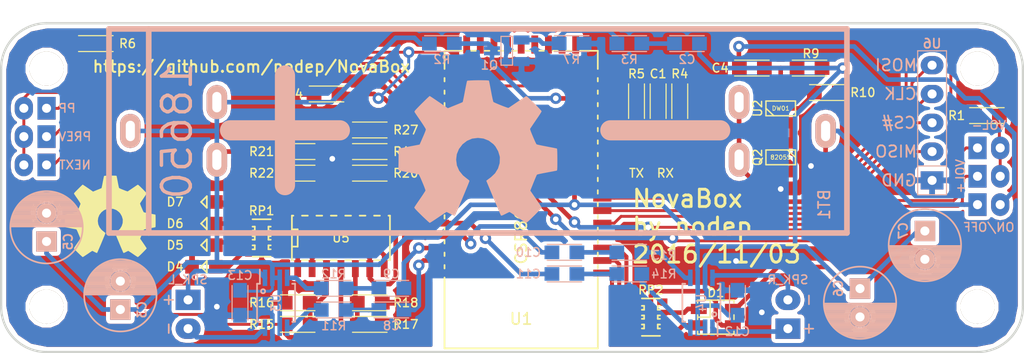
<source format=kicad_pcb>
(kicad_pcb (version 4) (host pcbnew 4.0.4-stable)
  (layers (0 F.Cu signal) (31 B.Cu signal) (34 B.Paste user) (35 F.Paste user) (36 B.SilkS user) (37 F.SilkS user) (38 B.Mask user) (39 F.Mask user) (44 Edge.Cuts user))
  (net 0 "")
  (net 1 +BATT)
  (net 2 "Net-(BT1-Pad2)")
  (net 3 CSR_RST)
  (net 4 GND)
  (net 5 "Net-(C4-Pad1)")
  (net 6 "Net-(C8-Pad1)")
  (net 7 "Net-(C8-Pad2)")
  (net 8 "Net-(C9-Pad1)")
  (net 9 "Net-(C9-Pad2)")
  (net 10 "Net-(C10-Pad1)")
  (net 11 "Net-(C10-Pad2)")
  (net 12 "Net-(C11-Pad1)")
  (net 13 "Net-(C11-Pad2)")
  (net 14 "Net-(D1-Pad1)")
  (net 15 "Net-(D1-Pad3)")
  (net 16 "Net-(D4-Pad2)")
  (net 17 "Net-(D5-Pad2)")
  (net 18 "Net-(D6-Pad2)")
  (net 19 "Net-(D7-Pad2)")
  (net 20 "Net-(Q2-Pad1)")
  (net 21 "Net-(Q2-Pad3)")
  (net 22 "Net-(Q2-Pad4)")
  (net 23 1V8)
  (net 24 SPI_PCM)
  (net 25 "Net-(R6-Pad2)")
  (net 26 "Net-(R10-Pad2)")
  (net 27 "Net-(R11-Pad2)")
  (net 28 "Net-(R12-Pad2)")
  (net 29 "Net-(R13-Pad2)")
  (net 30 "Net-(R14-Pad2)")
  (net 31 "Net-(R15-Pad1)")
  (net 32 "Net-(R17-Pad1)")
  (net 33 "Net-(R19-Pad1)")
  (net 34 "Net-(R19-Pad2)")
  (net 35 "Net-(R21-Pad1)")
  (net 36 "Net-(RP1-Pad1)")
  (net 37 "Net-(RP1-Pad2)")
  (net 38 "Net-(RP1-Pad3)")
  (net 39 "Net-(RP1-Pad4)")
  (net 40 "Net-(RP2-Pad8)")
  (net 41 "Net-(RP2-Pad7)")
  (net 42 "Net-(RP2-Pad6)")
  (net 43 "Net-(S1-Pad1)")
  (net 44 "Net-(S1-Pad2)")
  (net 45 "Net-(S2-Pad1)")
  (net 46 "Net-(S2-Pad2)")
  (net 47 NEXT)
  (net 48 PREV)
  (net 49 PP/CALL)
  (net 50 VOL+)
  (net 51 VOL-)
  (net 52 "Net-(U1-Pad5)")
  (net 53 "Net-(U1-Pad6)")
  (net 54 "Net-(U1-Pad7)")
  (net 55 "Net-(U1-Pad8)")
  (net 56 "Net-(U1-Pad10)")
  (net 57 "Net-(U1-Pad11)")
  (net 58 "Net-(D1-Pad4)")
  (net 59 "Net-(C4-Pad2)")
  (net 60 "Net-(R1-Pad2)")
  (net 61 "Net-(C2-Pad2)")
  (net 62 PWER_E)
  (net 63 "Net-(Q1-Pad1)")
  (module NovaBox:CSR8645_MODULE (layer F.Cu) (at 90.805 138.43 180)
    (fp_text reference U1 (at 0 -23.65 180) (layer F.SilkS))
    (fp_text value CSR8645_MODULE (at 0 -12.1 270) (layer F.SilkS))
    (pad 1 smd rect (at -7.15 -19.6 180) (size 1.6 0.6) (layers F.Cu F.Paste F.Mask) (net 40 "Net-(RP2-Pad8)"))
    (pad 2 smd rect (at -7.15 -18.5 180) (size 1.6 0.6) (layers F.Cu F.Paste F.Mask) (net 41 "Net-(RP2-Pad7)"))
    (pad 3 smd rect (at -7.15 -17.4 180) (size 1.6 0.6) (layers F.Cu F.Paste F.Mask) (net 42 "Net-(RP2-Pad6)"))
    (pad 4 smd rect (at -7.15 -16.3 180) (size 1.6 0.6) (layers F.Cu F.Paste F.Mask))
    (pad 5 smd rect (at -7.15 -15.2 180) (size 1.6 0.6) (layers F.Cu F.Paste F.Mask) (net 52 "Net-(U1-Pad5)"))
    (pad 6 smd rect (at -7.15 -14.1 180) (size 1.6 0.6) (layers F.Cu F.Paste F.Mask) (net 53 "Net-(U1-Pad6)"))
    (pad 7 smd rect (at -7.15 -13 180) (size 1.6 0.6) (layers F.Cu F.Paste F.Mask) (net 54 "Net-(U1-Pad7)"))
    (pad 8 smd rect (at -7.15 -11.9 180) (size 1.6 0.6) (layers F.Cu F.Paste F.Mask) (net 55 "Net-(U1-Pad8)"))
    (pad 9 smd rect (at -7.15 -10.8 180) (size 1.6 0.6) (layers F.Cu F.Paste F.Mask) (net 24 SPI_PCM))
    (pad 10 smd rect (at -7.15 -9.7 180) (size 1.6 0.6) (layers F.Cu F.Paste F.Mask) (net 56 "Net-(U1-Pad10)"))
    (pad 11 smd rect (at -7.15 -8.6 180) (size 1.6 0.6) (layers F.Cu F.Paste F.Mask) (net 57 "Net-(U1-Pad11)"))
    (pad 12 smd rect (at -7.15 -7.5 180) (size 1.6 0.6) (layers F.Cu F.Paste F.Mask))
    (pad 13 smd rect (at -7.15 -6.4 180) (size 1.6 0.6) (layers F.Cu F.Paste F.Mask) (net 3 CSR_RST))
    (pad 14 smd rect (at -7.15 -5.3 180) (size 1.6 0.6) (layers F.Cu F.Paste F.Mask) (net 1 +BATT))
    (pad 15 smd rect (at -7.15 -4.2 180) (size 1.6 0.6) (layers F.Cu F.Paste F.Mask) (net 62 PWER_E))
    (pad 16 smd rect (at -7.15 -3.1 180) (size 1.6 0.6) (layers F.Cu F.Paste F.Mask) (net 23 1V8))
    (pad 17 smd rect (at -7.15 -2 180) (size 1.6 0.6) (layers F.Cu F.Paste F.Mask) (net 4 GND))
    (pad 18 smd rect (at -4.8 0.55 270) (size 1.6 0.6) (layers F.Cu F.Paste F.Mask))
    (pad 19 smd rect (at -3.6 0.55 270) (size 1.6 0.6) (layers F.Cu F.Paste F.Mask))
    (pad 20 smd rect (at -2.4 0.55 270) (size 1.6 0.6) (layers F.Cu F.Paste F.Mask))
    (pad 21 smd rect (at -1.2 0.55 270) (size 1.6 0.6) (layers F.Cu F.Paste F.Mask))
    (pad 22 smd rect (at 0 0.55 270) (size 1.6 0.6) (layers F.Cu F.Paste F.Mask))
    (pad 23 smd rect (at 1.2 0.55 270) (size 1.6 0.6) (layers F.Cu F.Paste F.Mask))
    (pad 24 smd rect (at 2.4 0.55 270) (size 1.6 0.6) (layers F.Cu F.Paste F.Mask))
    (pad 25 smd rect (at 3.6 0.55 270) (size 1.6 0.6) (layers F.Cu F.Paste F.Mask))
    (pad 26 smd rect (at 4.8 0.55 270) (size 1.6 0.6) (layers F.Cu F.Paste F.Mask))
    (pad 27 smd rect (at 7.15 -2 180) (size 1.6 0.6) (layers F.Cu F.Paste F.Mask))
    (pad 28 smd rect (at 7.15 -3.1 180) (size 1.6 0.6) (layers F.Cu F.Paste F.Mask) (net 49 PP/CALL))
    (pad 29 smd rect (at 7.15 -4.2 180) (size 1.6 0.6) (layers F.Cu F.Paste F.Mask))
    (pad 30 smd rect (at 7.15 -5.3 180) (size 1.6 0.6) (layers F.Cu F.Paste F.Mask) (net 48 PREV))
    (pad 31 smd rect (at 7.15 -6.4 180) (size 1.6 0.6) (layers F.Cu F.Paste F.Mask) (net 47 NEXT))
    (pad 32 smd rect (at 7.15 -7.5 180) (size 1.6 0.6) (layers F.Cu F.Paste F.Mask) (net 51 VOL-))
    (pad 33 smd rect (at 7.15 -8.6 180) (size 1.6 0.6) (layers F.Cu F.Paste F.Mask) (net 50 VOL+))
    (pad 34 smd rect (at 7.15 -9.7 180) (size 1.6 0.6) (layers F.Cu F.Paste F.Mask))
    (pad 35 smd rect (at 7.15 -10.8 180) (size 1.6 0.6) (layers F.Cu F.Paste F.Mask))
    (pad 36 smd rect (at 7.15 -11.9 180) (size 1.6 0.6) (layers F.Cu F.Paste F.Mask))
    (pad 37 smd rect (at 7.15 -13 180) (size 1.6 0.6) (layers F.Cu F.Paste F.Mask))
    (pad 38 smd rect (at 7.15 -14.1 180) (size 1.6 0.6) (layers F.Cu F.Paste F.Mask))
    (pad 39 smd rect (at 7.15 -15.2 180) (size 1.6 0.6) (layers F.Cu F.Paste F.Mask) (net 13 "Net-(C11-Pad2)"))
    (pad 40 smd rect (at 7.15 -16.3 180) (size 1.6 0.6) (layers F.Cu F.Paste F.Mask) (net 11 "Net-(C10-Pad2)"))
    (pad 41 smd rect (at 7.15 -17.4 180) (size 1.6 0.6) (layers F.Cu F.Paste F.Mask) (net 9 "Net-(C9-Pad2)"))
    (pad 42 smd rect (at 7.15 -18.5 180) (size 1.6 0.6) (layers F.Cu F.Paste F.Mask) (net 7 "Net-(C8-Pad2)"))
    (pad 43 smd rect (at 7.15 -19.6 180) (size 1.6 0.6) (layers F.Cu F.Paste F.Mask))
  )
  (module NovaBox:MSOP-8_0.65mmPitch (layer B.Cu) (at 69.215 160.655 270)
    (fp_text reference U3 (at 0 0 270) (layer B.SilkS) (effects (font (size 0.8128 0.8128) (thickness 0.127)) (justify mirror)))
    (fp_text value PAM8304 hide)
    (pad 1 smd rect (at -2.2 0.975 270) (size 1.45 0.4) (layers B.Cu B.Paste B.Mask) (net 43 "Net-(S1-Pad1)"))
    (pad 2 smd rect (at -2.2 0.325 270) (size 1.45 0.4) (layers B.Cu B.Paste B.Mask) (net 1 +BATT))
    (pad 3 smd rect (at -2.2 -0.325 270) (size 1.45 0.4) (layers B.Cu B.Paste B.Mask) (net 1 +BATT))
    (pad 4 smd rect (at -2.2 -0.975 270) (size 1.45 0.4) (layers B.Cu B.Paste B.Mask) (net 28 "Net-(R12-Pad2)"))
    (pad 5 smd rect (at 2.2 -0.975 270) (size 1.45 0.4) (layers B.Cu B.Paste B.Mask) (net 27 "Net-(R11-Pad2)"))
    (pad 6 smd rect (at 2.2 -0.325 270) (size 1.45 0.4) (layers B.Cu B.Paste B.Mask) (net 1 +BATT))
    (pad 7 smd rect (at 2.2 0.325 270) (size 1.45 0.4) (layers B.Cu B.Paste B.Mask) (net 4 GND))
    (pad 8 smd rect (at 2.2 0.975 270) (size 1.45 0.4) (layers B.Cu B.Paste B.Mask) (net 44 "Net-(S1-Pad2)"))
  )
  (module NovaBox:MSOP-8_0.65mmPitch (layer B.Cu) (at 106.68 160.655 90)
    (fp_text reference U4 (at 0 0 90) (layer B.SilkS) (effects (font (size 0.8128 0.8128) (thickness 0.127)) (justify mirror)))
    (fp_text value PAM8304 hide)
    (pad 1 smd rect (at -2.2 0.975 90) (size 1.45 0.4) (layers B.Cu B.Paste B.Mask) (net 45 "Net-(S2-Pad1)"))
    (pad 2 smd rect (at -2.2 0.325 90) (size 1.45 0.4) (layers B.Cu B.Paste B.Mask) (net 1 +BATT))
    (pad 3 smd rect (at -2.2 -0.325 90) (size 1.45 0.4) (layers B.Cu B.Paste B.Mask) (net 1 +BATT))
    (pad 4 smd rect (at -2.2 -0.975 90) (size 1.45 0.4) (layers B.Cu B.Paste B.Mask) (net 30 "Net-(R14-Pad2)"))
    (pad 5 smd rect (at 2.2 -0.975 90) (size 1.45 0.4) (layers B.Cu B.Paste B.Mask) (net 29 "Net-(R13-Pad2)"))
    (pad 6 smd rect (at 2.2 -0.325 90) (size 1.45 0.4) (layers B.Cu B.Paste B.Mask) (net 1 +BATT))
    (pad 7 smd rect (at 2.2 0.325 90) (size 1.45 0.4) (layers B.Cu B.Paste B.Mask) (net 4 GND))
    (pad 8 smd rect (at 2.2 0.975 90) (size 1.45 0.4) (layers B.Cu B.Paste B.Mask) (net 46 "Net-(S2-Pad2)"))
  )
  (module NovaBox:Resistor_Array_x4_1206 (layer F.Cu) (at 102.235 161.925 90)
    (fp_text reference RP2 (at 2.4 0 180) (layer F.SilkS) (effects (font (size 0.762 0.762) (thickness 0.127))))
    (fp_text value 4x1K hide)
    (pad 8 smd rect (at -1.325 -1 90) (size 0.65 0.9) (layers F.Cu F.Paste F.Mask) (net 40 "Net-(RP2-Pad8)"))
    (pad 7 smd rect (at -0.4 -1 90) (size 0.5 0.9) (layers F.Cu F.Paste F.Mask) (net 41 "Net-(RP2-Pad7)"))
    (pad 6 smd rect (at 0.4 -1 90) (size 0.5 0.9) (layers F.Cu F.Paste F.Mask) (net 42 "Net-(RP2-Pad6)"))
    (pad 5 smd rect (at 1.325 -1 90) (size 0.65 0.9) (layers F.Cu F.Paste F.Mask))
    (pad 1 smd rect (at -1.325 1 90) (size 0.65 0.9) (layers F.Cu F.Paste F.Mask) (net 58 "Net-(D1-Pad4)"))
    (pad 2 smd rect (at -0.4 1 90) (size 0.5 0.9) (layers F.Cu F.Paste F.Mask) (net 15 "Net-(D1-Pad3)"))
    (pad 3 smd rect (at 0.4 1 90) (size 0.5 0.9) (layers F.Cu F.Paste F.Mask) (net 14 "Net-(D1-Pad1)"))
    (pad 4 smd rect (at 1.325 1 90) (size 0.65 0.9) (layers F.Cu F.Paste F.Mask))
  )
  (module NovaBox:Resistor_Array_x4_1206 (layer F.Cu) (at 67.945 154.94 90)
    (fp_text reference RP1 (at 2.4 0 180) (layer F.SilkS) (effects (font (size 0.762 0.762) (thickness 0.127))))
    (fp_text value 4x1K hide)
    (pad 8 smd rect (at -1.325 -1 90) (size 0.65 0.9) (layers F.Cu F.Paste F.Mask) (net 16 "Net-(D4-Pad2)"))
    (pad 7 smd rect (at -0.4 -1 90) (size 0.5 0.9) (layers F.Cu F.Paste F.Mask) (net 17 "Net-(D5-Pad2)"))
    (pad 6 smd rect (at 0.4 -1 90) (size 0.5 0.9) (layers F.Cu F.Paste F.Mask) (net 18 "Net-(D6-Pad2)"))
    (pad 5 smd rect (at 1.325 -1 90) (size 0.65 0.9) (layers F.Cu F.Paste F.Mask) (net 19 "Net-(D7-Pad2)"))
    (pad 1 smd rect (at -1.325 1 90) (size 0.65 0.9) (layers F.Cu F.Paste F.Mask) (net 36 "Net-(RP1-Pad1)"))
    (pad 2 smd rect (at -0.4 1 90) (size 0.5 0.9) (layers F.Cu F.Paste F.Mask) (net 37 "Net-(RP1-Pad2)"))
    (pad 3 smd rect (at 0.4 1 90) (size 0.5 0.9) (layers F.Cu F.Paste F.Mask) (net 38 "Net-(RP1-Pad3)"))
    (pad 4 smd rect (at 1.325 1 90) (size 0.65 0.9) (layers F.Cu F.Paste F.Mask) (net 39 "Net-(RP1-Pad4)"))
  )
  (module NovaBox:SOT23_6 (layer F.Cu) (at 113.665 143.51)
    (fp_text reference U2 (at -2.032 0 90) (layer F.SilkS) (effects (font (size 0.762 0.762) (thickness 0.127))))
    (fp_text value DW01 (at 0 0) (layer F.SilkS) (effects (font (size 0.381 0.381) (thickness 0.0635))))
    (pad 6 smd rect (at -0.9525 -1.27) (size 0.6 1) (layers F.Cu F.Paste F.Mask) (net 59 "Net-(C4-Pad2)"))
    (pad 5 smd rect (at 0 -1.27) (size 0.6 1) (layers F.Cu F.Paste F.Mask) (net 5 "Net-(C4-Pad1)"))
    (pad 4 smd rect (at 0.9525 -1.27) (size 0.6 1) (layers F.Cu F.Paste F.Mask))
    (pad 3 smd rect (at 0.9525 1.27) (size 0.6 1) (layers F.Cu F.Paste F.Mask) (net 20 "Net-(Q2-Pad1)"))
    (pad 2 smd rect (at 0 1.27) (size 0.6 1) (layers F.Cu F.Paste F.Mask) (net 26 "Net-(R10-Pad2)"))
    (pad 1 smd rect (at -0.9525 1.27) (size 0.6 1) (layers F.Cu F.Paste F.Mask) (net 21 "Net-(Q2-Pad3)"))
  )
  (module NovaBox:SOT23_6 (layer F.Cu) (at 113.665 147.828 180)
    (fp_text reference Q2 (at 2.032 0 450) (layer F.SilkS) (effects (font (size 0.762 0.762) (thickness 0.127))))
    (fp_text value 8205S (at 0 0 180) (layer F.SilkS) (effects (font (size 0.381 0.381) (thickness 0.0635))))
    (pad 6 smd rect (at -0.9525 -1.27 180) (size 0.6 1) (layers F.Cu F.Paste F.Mask) (net 22 "Net-(Q2-Pad4)"))
    (pad 5 smd rect (at 0 -1.27 180) (size 0.6 1) (layers F.Cu F.Paste F.Mask) (net 4 GND))
    (pad 4 smd rect (at 0.9525 -1.27 180) (size 0.6 1) (layers F.Cu F.Paste F.Mask) (net 22 "Net-(Q2-Pad4)"))
    (pad 3 smd rect (at 0.9525 1.27 180) (size 0.6 1) (layers F.Cu F.Paste F.Mask) (net 21 "Net-(Q2-Pad3)"))
    (pad 2 smd rect (at 0 1.27 180) (size 0.6 1) (layers F.Cu F.Paste F.Mask) (net 59 "Net-(C4-Pad2)"))
    (pad 1 smd rect (at -0.9525 1.27 180) (size 0.6 1) (layers F.Cu F.Paste F.Mask) (net 20 "Net-(Q2-Pad1)"))
  )
  (module NovaBox:TestPad (layer F.Cu) (at 103.505 147.32)
    (fp_text reference W2 hide)
    (fp_text value RX (at 0 1.905) (layer F.SilkS) (effects (font (size 0.762 0.762) (thickness 0.127))))
    (pad 1 smd circle (at 0 0) (size 1.6 1.6) (layers F.Cu F.Paste F.Mask) (net 57 "Net-(U1-Pad11)"))
  )
  (module NovaBox:TestPad (layer F.Cu) (at 100.965 147.32)
    (fp_text reference W1 hide)
    (fp_text value TX (at 0 1.905) (layer F.SilkS) (effects (font (size 0.762 0.762) (thickness 0.127))))
    (pad 1 smd circle (at 0 0) (size 1.6 1.6) (layers F.Cu F.Paste F.Mask) (net 56 "Net-(U1-Pad10)"))
  )
  (module NovaBox:SPKR (layer B.Cu) (at 114.3 161.671 270)
    (fp_text reference S2 hide)
    (fp_text value SPK_R (at -3.048 0 360) (layer B.SilkS) (effects (font (size 0.762 0.762) (thickness 0.127)) (justify mirror)))
    (fp_text user - (at -1.27 -1.778 270) (layer B.SilkS) (effects (justify mirror)))
    (fp_text user + (at 1.27 -1.778 270) (layer B.SilkS) (effects (justify mirror)))
    (pad 1 thru_hole rect (at 1.27 0 270) (size 1.8 2.2) (drill 0.8) (layers *.Cu *.Mask) (net 45 "Net-(S2-Pad1)"))
    (pad 2 thru_hole oval (at -1.27 0 270) (size 1.8 2.2) (drill 0.8) (layers *.Cu *.Mask) (net 46 "Net-(S2-Pad2)"))
  )
  (module NovaBox:SPKR (layer B.Cu) (at 61.468 161.671 90)
    (fp_text reference S1 hide)
    (fp_text value SPK_L (at 3.048 0 180) (layer B.SilkS) (effects (font (size 0.762 0.762) (thickness 0.127)) (justify mirror)))
    (fp_text user - (at -1.27 -1.778 90) (layer B.SilkS) (effects (justify mirror)))
    (fp_text user + (at 1.27 -1.778 90) (layer B.SilkS) (effects (justify mirror)))
    (pad 1 thru_hole rect (at 1.27 0 90) (size 1.8 2.2) (drill 0.8) (layers *.Cu *.Mask) (net 43 "Net-(S1-Pad1)"))
    (pad 2 thru_hole oval (at -1.27 0 90) (size 1.8 2.2) (drill 0.8) (layers *.Cu *.Mask) (net 44 "Net-(S1-Pad2)"))
  )
  (module NovaBox:MountingHole (layer F.Cu) (at 49 161)
    (fp_text reference P1 hide)
    (fp_text value MH hide)
    (pad 1 thru_hole circle (at 0 0) (size 3 3) (drill 3) (layers *.Cu *.Mask F.SilkS))
  )
  (module NovaBox:MountingHole (layer F.Cu) (at 49 140)
    (fp_text reference P3 hide)
    (fp_text value MH hide)
    (pad 1 thru_hole circle (at 0 0) (size 3 3) (drill 3) (layers *.Cu *.Mask F.SilkS))
  )
  (module NovaBox:MountingHole (layer F.Cu) (at 131 161)
    (fp_text reference P4 hide)
    (fp_text value MH hide)
    (pad 1 thru_hole circle (at 0 0) (size 3 3) (drill 3) (layers *.Cu *.Mask F.SilkS))
  )
  (module NovaBox:MountingHole (layer F.Cu) (at 131 140)
    (fp_text reference P5 hide)
    (fp_text value MH hide)
    (pad 1 thru_hole circle (at 0 0) (size 3 3) (drill 3) (layers *.Cu *.Mask F.SilkS))
  )
  (module NovaBox:LED-0805 (layer F.Cu) (at 62.865 151.765)
    (fp_text reference D7 (at -2.54 0 180) (layer F.SilkS) (effects (font (size 0.762 0.762) (thickness 0.127))))
    (fp_text value LEDV hide)
    (pad 1 smd rect (at -1.05 0) (size 1.2 1.2) (layers F.Cu F.Paste F.Mask) (net 4 GND))
    (pad 2 smd rect (at 1.05 0) (size 1.2 1.2) (layers F.Cu F.Paste F.Mask) (net 19 "Net-(D7-Pad2)"))
  )
  (module NovaBox:LED-0805 (layer F.Cu) (at 62.865 153.67)
    (fp_text reference D6 (at -2.54 0 180) (layer F.SilkS) (effects (font (size 0.762 0.762) (thickness 0.127))))
    (fp_text value LEDV hide)
    (pad 1 smd rect (at -1.05 0) (size 1.2 1.2) (layers F.Cu F.Paste F.Mask) (net 4 GND))
    (pad 2 smd rect (at 1.05 0) (size 1.2 1.2) (layers F.Cu F.Paste F.Mask) (net 18 "Net-(D6-Pad2)"))
  )
  (module NovaBox:LED-0805 (layer F.Cu) (at 62.865 155.575)
    (fp_text reference D5 (at -2.54 0 180) (layer F.SilkS) (effects (font (size 0.762 0.762) (thickness 0.127))))
    (fp_text value LEDV hide)
    (pad 1 smd rect (at -1.05 0) (size 1.2 1.2) (layers F.Cu F.Paste F.Mask) (net 4 GND))
    (pad 2 smd rect (at 1.05 0) (size 1.2 1.2) (layers F.Cu F.Paste F.Mask) (net 17 "Net-(D5-Pad2)"))
  )
  (module NovaBox:LED-0805 (layer F.Cu) (at 62.865 157.48)
    (fp_text reference D4 (at -2.54 0 180) (layer F.SilkS) (effects (font (size 0.762 0.762) (thickness 0.127))))
    (fp_text value LEDV hide)
    (pad 1 smd rect (at -1.05 0) (size 1.2 1.2) (layers F.Cu F.Paste F.Mask) (net 4 GND))
    (pad 2 smd rect (at 1.05 0) (size 1.2 1.2) (layers F.Cu F.Paste F.Mask) (net 16 "Net-(D4-Pad2)"))
  )
  (module NovaBox:SMD0805 (layer F.Cu) (at 53.34 137.795 180)
    (fp_text reference R6 (at -2.794 0 360) (layer F.SilkS) (effects (font (size 0.762 0.762) (thickness 0.127))))
    (fp_text value 10K hide)
    (pad 1 smd rect (at -1.1 0 180) (size 1.3 1.2) (layers F.Cu F.Paste F.Mask) (net 23 1V8))
    (pad 2 smd rect (at 1.1 0 180) (size 1.3 1.2) (layers F.Cu F.Paste F.Mask) (net 25 "Net-(R6-Pad2)"))
  )
  (module NovaBox:SMD0805 (layer F.Cu) (at 77.47 145.415 180)
    (fp_text reference R27 (at -3.175 0 360) (layer F.SilkS) (effects (font (size 0.762 0.762) (thickness 0.127))))
    (fp_text value 1K hide)
    (pad 1 smd rect (at -1.1 0 180) (size 1.3 1.2) (layers F.Cu F.Paste F.Mask) (net 34 "Net-(R19-Pad2)"))
    (pad 2 smd rect (at 1.1 0 180) (size 1.3 1.2) (layers F.Cu F.Paste F.Mask) (net 1 +BATT))
  )
  (module NovaBox:SMD0805 (layer F.Cu) (at 71.12 149.225 180)
    (fp_text reference R22 (at 3.175 0 360) (layer F.SilkS) (effects (font (size 0.762 0.762) (thickness 0.127))))
    (fp_text value 36K hide)
    (pad 1 smd rect (at -1.1 0 180) (size 1.3 1.2) (layers F.Cu F.Paste F.Mask) (net 35 "Net-(R21-Pad1)"))
    (pad 2 smd rect (at 1.1 0 180) (size 1.3 1.2) (layers F.Cu F.Paste F.Mask) (net 4 GND))
  )
  (module NovaBox:SMD0805 (layer F.Cu) (at 71.12 147.32 180)
    (fp_text reference R21 (at 3.175 0 360) (layer F.SilkS) (effects (font (size 0.762 0.762) (thickness 0.127))))
    (fp_text value 33K hide)
    (pad 1 smd rect (at -1.1 0 180) (size 1.3 1.2) (layers F.Cu F.Paste F.Mask) (net 35 "Net-(R21-Pad1)"))
    (pad 2 smd rect (at 1.1 0 180) (size 1.3 1.2) (layers F.Cu F.Paste F.Mask) (net 1 +BATT))
  )
  (module NovaBox:SMD0805 (layer F.Cu) (at 77.47 149.225)
    (fp_text reference R20 (at 3.175 0 180) (layer F.SilkS) (effects (font (size 0.762 0.762) (thickness 0.127))))
    (fp_text value 43K hide)
    (pad 1 smd rect (at -1.1 0) (size 1.3 1.2) (layers F.Cu F.Paste F.Mask) (net 33 "Net-(R19-Pad1)"))
    (pad 2 smd rect (at 1.1 0) (size 1.3 1.2) (layers F.Cu F.Paste F.Mask) (net 4 GND))
  )
  (module NovaBox:SMD0805 (layer F.Cu) (at 77.47 147.32)
    (fp_text reference R19 (at 3.175 0 180) (layer F.SilkS) (effects (font (size 0.762 0.762) (thickness 0.127))))
    (fp_text value 43K hide)
    (pad 1 smd rect (at -1.1 0) (size 1.3 1.2) (layers F.Cu F.Paste F.Mask) (net 33 "Net-(R19-Pad1)"))
    (pad 2 smd rect (at 1.1 0) (size 1.3 1.2) (layers F.Cu F.Paste F.Mask) (net 34 "Net-(R19-Pad2)"))
  )
  (module NovaBox:SMD0805 (layer F.Cu) (at 77.47 160.655)
    (fp_text reference R18 (at 3.175 0 180) (layer F.SilkS) (effects (font (size 0.762 0.762) (thickness 0.127))))
    (fp_text value 36K hide)
    (pad 1 smd rect (at -1.1 0) (size 1.3 1.2) (layers F.Cu F.Paste F.Mask) (net 32 "Net-(R17-Pad1)"))
    (pad 2 smd rect (at 1.1 0) (size 1.3 1.2) (layers F.Cu F.Paste F.Mask) (net 4 GND))
  )
  (module NovaBox:SMD0805 (layer F.Cu) (at 77.47 162.56)
    (fp_text reference R17 (at 3.175 0 180) (layer F.SilkS) (effects (font (size 0.762 0.762) (thickness 0.127))))
    (fp_text value 39K hide)
    (pad 1 smd rect (at -1.1 0) (size 1.3 1.2) (layers F.Cu F.Paste F.Mask) (net 32 "Net-(R17-Pad1)"))
    (pad 2 smd rect (at 1.1 0) (size 1.3 1.2) (layers F.Cu F.Paste F.Mask) (net 1 +BATT))
  )
  (module NovaBox:SMD0805 (layer F.Cu) (at 71.12 160.655 180)
    (fp_text reference R16 (at 3.175 0 360) (layer F.SilkS) (effects (font (size 0.762 0.762) (thickness 0.127))))
    (fp_text value 36K hide)
    (pad 1 smd rect (at -1.1 0 180) (size 1.3 1.2) (layers F.Cu F.Paste F.Mask) (net 31 "Net-(R15-Pad1)"))
    (pad 2 smd rect (at 1.1 0 180) (size 1.3 1.2) (layers F.Cu F.Paste F.Mask) (net 4 GND))
  )
  (module NovaBox:SMD0805 (layer F.Cu) (at 71.12 162.56 180)
    (fp_text reference R15 (at 3.175 0 360) (layer F.SilkS) (effects (font (size 0.762 0.762) (thickness 0.127))))
    (fp_text value 43K hide)
    (pad 1 smd rect (at -1.1 0 180) (size 1.3 1.2) (layers F.Cu F.Paste F.Mask) (net 31 "Net-(R15-Pad1)"))
    (pad 2 smd rect (at 1.1 0 180) (size 1.3 1.2) (layers F.Cu F.Paste F.Mask) (net 1 +BATT))
  )
  (module NovaBox:SMD0805 (layer B.Cu) (at 100.33 158.115)
    (fp_text reference R14 (at 3.048 0) (layer B.SilkS) (effects (font (size 0.762 0.762) (thickness 0.127)) (justify mirror)))
    (fp_text value 1K hide)
    (pad 1 smd rect (at -1.1 0) (size 1.3 1.2) (layers B.Cu B.Paste B.Mask) (net 12 "Net-(C11-Pad1)"))
    (pad 2 smd rect (at 1.1 0) (size 1.3 1.2) (layers B.Cu B.Paste B.Mask) (net 30 "Net-(R14-Pad2)"))
  )
  (module NovaBox:SMD0805 (layer B.Cu) (at 100.33 156.21)
    (fp_text reference R13 (at 3.048 0.254) (layer B.SilkS) (effects (font (size 0.762 0.762) (thickness 0.127)) (justify mirror)))
    (fp_text value 1K hide)
    (pad 1 smd rect (at -1.1 0) (size 1.3 1.2) (layers B.Cu B.Paste B.Mask) (net 10 "Net-(C10-Pad1)"))
    (pad 2 smd rect (at 1.1 0) (size 1.3 1.2) (layers B.Cu B.Paste B.Mask) (net 29 "Net-(R13-Pad2)"))
  )
  (module NovaBox:SMD0805 (layer B.Cu) (at 74.295 159.385 180)
    (fp_text reference R12 (at 0 1.27 180) (layer B.SilkS) (effects (font (size 0.762 0.762) (thickness 0.127)) (justify mirror)))
    (fp_text value 1K hide)
    (pad 1 smd rect (at -1.1 0 180) (size 1.3 1.2) (layers B.Cu B.Paste B.Mask) (net 8 "Net-(C9-Pad1)"))
    (pad 2 smd rect (at 1.1 0 180) (size 1.3 1.2) (layers B.Cu B.Paste B.Mask) (net 28 "Net-(R12-Pad2)"))
  )
  (module NovaBox:SMD0805 (layer B.Cu) (at 74.295 161.29 180)
    (fp_text reference R11 (at 0 -1.397 180) (layer B.SilkS) (effects (font (size 0.762 0.762) (thickness 0.127)) (justify mirror)))
    (fp_text value 1K hide)
    (pad 1 smd rect (at -1.1 0 180) (size 1.3 1.2) (layers B.Cu B.Paste B.Mask) (net 6 "Net-(C8-Pad1)"))
    (pad 2 smd rect (at 1.1 0 180) (size 1.3 1.2) (layers B.Cu B.Paste B.Mask) (net 27 "Net-(R11-Pad2)"))
  )
  (module NovaBox:SMD0805 (layer F.Cu) (at 117.729 142.113 180)
    (fp_text reference R10 (at -3.175 0 360) (layer F.SilkS) (effects (font (size 0.762 0.762) (thickness 0.127))))
    (fp_text value 1K hide)
    (pad 1 smd rect (at -1.1 0 180) (size 1.3 1.2) (layers F.Cu F.Paste F.Mask) (net 4 GND))
    (pad 2 smd rect (at 1.1 0 180) (size 1.3 1.2) (layers F.Cu F.Paste F.Mask) (net 26 "Net-(R10-Pad2)"))
  )
  (module NovaBox:SMD0805 (layer F.Cu) (at 116.205 139.954 180)
    (fp_text reference R9 (at -0.127 1.27 360) (layer F.SilkS) (effects (font (size 0.762 0.762) (thickness 0.127))))
    (fp_text value 100R hide)
    (pad 1 smd rect (at -1.1 0 180) (size 1.3 1.2) (layers F.Cu F.Paste F.Mask) (net 1 +BATT))
    (pad 2 smd rect (at 1.1 0 180) (size 1.3 1.2) (layers F.Cu F.Paste F.Mask) (net 5 "Net-(C4-Pad1)"))
  )
  (module NovaBox:SMD0805 (layer F.Cu) (at 100.965 142.875 270)
    (fp_text reference R5 (at -2.413 0 360) (layer F.SilkS) (effects (font (size 0.762 0.762) (thickness 0.127))))
    (fp_text value 10K hide)
    (pad 1 smd rect (at -1.1 0 270) (size 1.3 1.2) (layers F.Cu F.Paste F.Mask) (net 23 1V8))
    (pad 2 smd rect (at 1.1 0 270) (size 1.3 1.2) (layers F.Cu F.Paste F.Mask) (net 3 CSR_RST))
  )
  (module NovaBox:SMD0805 (layer F.Cu) (at 104.775 142.875 270)
    (fp_text reference R4 (at -2.413 0 360) (layer F.SilkS) (effects (font (size 0.762 0.762) (thickness 0.127))))
    (fp_text value 10K hide)
    (pad 1 smd rect (at -1.1 0 270) (size 1.3 1.2) (layers F.Cu F.Paste F.Mask) (net 23 1V8))
    (pad 2 smd rect (at 1.1 0 270) (size 1.3 1.2) (layers F.Cu F.Paste F.Mask) (net 24 SPI_PCM))
  )
  (module NovaBox:SMD0805 (layer B.Cu) (at 66.04 160.655 270)
    (fp_text reference C13 (at -2.413 0 540) (layer B.SilkS) (effects (font (size 0.762 0.762) (thickness 0.127)) (justify mirror)))
    (fp_text value 1uF hide)
    (pad 1 smd rect (at -1.1 0 270) (size 1.3 1.2) (layers B.Cu B.Paste B.Mask) (net 1 +BATT))
    (pad 2 smd rect (at 1.1 0 270) (size 1.3 1.2) (layers B.Cu B.Paste B.Mask) (net 4 GND))
  )
  (module NovaBox:SMD0805 (layer B.Cu) (at 109.855 160.655 90)
    (fp_text reference C12 (at -2.54 0 360) (layer B.SilkS) (effects (font (size 0.762 0.762) (thickness 0.127)) (justify mirror)))
    (fp_text value 1uF hide)
    (pad 1 smd rect (at -1.1 0 90) (size 1.3 1.2) (layers B.Cu B.Paste B.Mask) (net 1 +BATT))
    (pad 2 smd rect (at 1.1 0 90) (size 1.3 1.2) (layers B.Cu B.Paste B.Mask) (net 4 GND))
  )
  (module NovaBox:SMD0805 (layer B.Cu) (at 94.615 158.115 180)
    (fp_text reference C11 (at 3.175 0 180) (layer B.SilkS) (effects (font (size 0.762 0.762) (thickness 0.127)) (justify mirror)))
    (fp_text value 100nF hide)
    (pad 1 smd rect (at -1.1 0 180) (size 1.3 1.2) (layers B.Cu B.Paste B.Mask) (net 12 "Net-(C11-Pad1)"))
    (pad 2 smd rect (at 1.1 0 180) (size 1.3 1.2) (layers B.Cu B.Paste B.Mask) (net 13 "Net-(C11-Pad2)"))
  )
  (module NovaBox:SMD0805 (layer B.Cu) (at 94.615 156.21 180)
    (fp_text reference C10 (at 3.175 0 180) (layer B.SilkS) (effects (font (size 0.762 0.762) (thickness 0.127)) (justify mirror)))
    (fp_text value 100nF hide)
    (pad 1 smd rect (at -1.1 0 180) (size 1.3 1.2) (layers B.Cu B.Paste B.Mask) (net 10 "Net-(C10-Pad1)"))
    (pad 2 smd rect (at 1.1 0 180) (size 1.3 1.2) (layers B.Cu B.Paste B.Mask) (net 11 "Net-(C10-Pad2)"))
  )
  (module NovaBox:SMD0805 (layer B.Cu) (at 79.375 159.385)
    (fp_text reference C9 (at 0 -1.27) (layer B.SilkS) (effects (font (size 0.762 0.762) (thickness 0.127)) (justify mirror)))
    (fp_text value 100nF hide)
    (pad 1 smd rect (at -1.1 0) (size 1.3 1.2) (layers B.Cu B.Paste B.Mask) (net 8 "Net-(C9-Pad1)"))
    (pad 2 smd rect (at 1.1 0) (size 1.3 1.2) (layers B.Cu B.Paste B.Mask) (net 9 "Net-(C9-Pad2)"))
  )
  (module NovaBox:SMD0805 (layer B.Cu) (at 79.375 161.29)
    (fp_text reference C8 (at 0 1.397) (layer B.SilkS) (effects (font (size 0.762 0.762) (thickness 0.127)) (justify mirror)))
    (fp_text value 100nF hide)
    (pad 1 smd rect (at -1.1 0) (size 1.3 1.2) (layers B.Cu B.Paste B.Mask) (net 6 "Net-(C8-Pad1)"))
    (pad 2 smd rect (at 1.1 0) (size 1.3 1.2) (layers B.Cu B.Paste B.Mask) (net 7 "Net-(C8-Pad2)"))
  )
  (module NovaBox:SMD0805 (layer F.Cu) (at 111.125 139.954 180)
    (fp_text reference C4 (at 2.794 0 360) (layer F.SilkS) (effects (font (size 0.762 0.762) (thickness 0.127))))
    (fp_text value 100nF hide)
    (pad 1 smd rect (at -1.1 0 180) (size 1.3 1.2) (layers F.Cu F.Paste F.Mask) (net 5 "Net-(C4-Pad1)"))
    (pad 2 smd rect (at 1.1 0 180) (size 1.3 1.2) (layers F.Cu F.Paste F.Mask) (net 59 "Net-(C4-Pad2)"))
  )
  (module NovaBox:SMD0805 (layer F.Cu) (at 102.87 142.875 90)
    (fp_text reference C1 (at 2.413 0 180) (layer F.SilkS) (effects (font (size 0.762 0.762) (thickness 0.127))))
    (fp_text value 100nF hide)
    (pad 1 smd rect (at -1.1 0 90) (size 1.3 1.2) (layers F.Cu F.Paste F.Mask) (net 3 CSR_RST))
    (pad 2 smd rect (at 1.1 0 90) (size 1.3 1.2) (layers F.Cu F.Paste F.Mask) (net 4 GND))
  )
  (module NovaBox:SMD0805 (layer F.Cu) (at 131.826 144.145)
    (fp_text reference R1 (at -2.667 0 180) (layer F.SilkS) (effects (font (size 0.762 0.762) (thickness 0.127))))
    (fp_text value 10K hide)
    (pad 1 smd rect (at -1.1 0) (size 1.3 1.2) (layers F.Cu F.Paste F.Mask) (net 23 1V8))
    (pad 2 smd rect (at 1.1 0) (size 1.3 1.2) (layers F.Cu F.Paste F.Mask) (net 60 "Net-(R1-Pad2)"))
  )
  (module NovaBox:CSR_DebugSmall (layer B.Cu) (at 127 144.78 90)
    (fp_text reference U6 (at 6.985 0 180) (layer B.SilkS) (effects (font (size 0.8128 0.8128) (thickness 0.1524)) (justify mirror)))
    (fp_text value CSR_DebugSmall hide)
    (fp_text user MOSI (at 5.08 -3.175 180) (layer B.SilkS) (effects (font (size 1.016 1.016) (thickness 0.1524)) (justify mirror)))
    (fp_text user CLK (at 2.54 -2.794 180) (layer B.SilkS) (effects (font (size 1.016 1.016) (thickness 0.1524)) (justify mirror)))
    (fp_text user CS# (at 0 -2.921 180) (layer B.SilkS) (effects (font (size 1.016 1.016) (thickness 0.1524)) (justify mirror)))
    (fp_text user MISO (at -2.54 -3.175 180) (layer B.SilkS) (effects (font (size 1.016 1.016) (thickness 0.1524)) (justify mirror)))
    (fp_text user GND (at -5.08 -2.921 180) (layer B.SilkS) (effects (font (size 1.016 1.016) (thickness 0.1524)) (justify mirror)))
    (pad 5 thru_hole rect (at -5.08 0 90) (size 1.6 2) (drill 0.8) (layers *.Cu *.Mask) (net 4 GND))
    (pad 4 thru_hole oval (at -2.54 0 90) (size 1.6 2) (drill 0.8) (layers *.Cu *.Mask) (net 52 "Net-(U1-Pad5)"))
    (pad 3 thru_hole oval (at 0 0 90) (size 1.6 2) (drill 0.8) (layers *.Cu *.Mask) (net 53 "Net-(U1-Pad6)"))
    (pad 2 thru_hole oval (at 2.54 0 90) (size 1.6 2) (drill 0.8) (layers *.Cu *.Mask) (net 54 "Net-(U1-Pad7)"))
    (pad 1 thru_hole oval (at 5.08 0 90) (size 1.6 2) (drill 0.8) (layers *.Cu *.Mask) (net 55 "Net-(U1-Pad8)"))
  )
  (module NovaBox:C_Radial_D6.3_L11.2_P2.5 (layer B.Cu) (at 126.365 155.575 270)
    (fp_text reference C7 (at -1.27 1.905 270) (layer B.SilkS) (effects (font (size 0.762 0.762) (thickness 0.1524)) (justify mirror)))
    (fp_text value 100uF hide)
    (pad 2 thru_hole circle (at 1.25 0 270) (size 1.8 1.8) (drill 0.8) (layers *.Cu *.Mask B.SilkS) (net 4 GND))
    (pad 1 thru_hole rect (at -1.25 0 270) (size 1.8 1.8) (drill 0.8) (layers *.Cu *.Mask B.SilkS) (net 1 +BATT))
  )
  (module NovaBox:C_Radial_D6.3_L11.2_P2.5 (layer B.Cu) (at 120.65 160.655 270)
    (fp_text reference C6 (at -1.27 1.905 270) (layer B.SilkS) (effects (font (size 0.762 0.762) (thickness 0.1524)) (justify mirror)))
    (fp_text value 100uF hide)
    (pad 2 thru_hole circle (at 1.25 0 270) (size 1.8 1.8) (drill 0.8) (layers *.Cu *.Mask B.SilkS) (net 4 GND))
    (pad 1 thru_hole rect (at -1.25 0 270) (size 1.8 1.8) (drill 0.8) (layers *.Cu *.Mask B.SilkS) (net 1 +BATT))
  )
  (module NovaBox:C_Radial_D6.3_L11.2_P2.5 (layer B.Cu) (at 49 154 90)
    (fp_text reference C5 (at -1.27 1.905 90) (layer B.SilkS) (effects (font (size 0.762 0.762) (thickness 0.1524)) (justify mirror)))
    (fp_text value 100uF hide)
    (pad 2 thru_hole circle (at 1.25 0 90) (size 1.8 1.8) (drill 0.8) (layers *.Cu *.Mask B.SilkS) (net 4 GND))
    (pad 1 thru_hole rect (at -1.25 0 90) (size 1.8 1.8) (drill 0.8) (layers *.Cu *.Mask B.SilkS) (net 1 +BATT))
  )
  (module NovaBox:C_Radial_D6.3_L11.2_P2.5 (layer B.Cu) (at 55.5 160 90)
    (fp_text reference C3 (at -1.27 1.905 90) (layer B.SilkS) (effects (font (size 0.762 0.762) (thickness 0.1524)) (justify mirror)))
    (fp_text value 100uF hide)
    (pad 2 thru_hole circle (at 1.25 0 90) (size 1.8 1.8) (drill 0.8) (layers *.Cu *.Mask B.SilkS) (net 4 GND))
    (pad 1 thru_hole rect (at -1.25 0 90) (size 1.8 1.8) (drill 0.8) (layers *.Cu *.Mask B.SilkS) (net 1 +BATT))
  )
  (module NovaBox:SMD0805 (layer B.Cu) (at 105.41 137.795 180)
    (fp_text reference C2 (at 0 -1.397 180) (layer B.SilkS) (effects (font (size 0.762 0.762) (thickness 0.127)) (justify mirror)))
    (fp_text value 1uF hide)
    (pad 1 smd rect (at -1.1 0 180) (size 1.3 1.2) (layers B.Cu B.Paste B.Mask) (net 1 +BATT))
    (pad 2 smd rect (at 1.1 0 180) (size 1.3 1.2) (layers B.Cu B.Paste B.Mask) (net 61 "Net-(C2-Pad2)"))
  )
  (module NovaBox:SMD0805 (layer B.Cu) (at 83.82 137.795 180)
    (fp_text reference R2 (at 0 -1.397 180) (layer B.SilkS) (effects (font (size 0.762 0.762) (thickness 0.127)) (justify mirror)))
    (fp_text value 10K hide)
    (pad 1 smd rect (at -1.1 0 180) (size 1.3 1.2) (layers B.Cu B.Paste B.Mask) (net 62 PWER_E))
    (pad 2 smd rect (at 1.1 0 180) (size 1.3 1.2) (layers B.Cu B.Paste B.Mask) (net 1 +BATT))
  )
  (module NovaBox:SMD0805 (layer B.Cu) (at 100.33 137.795)
    (fp_text reference R3 (at 0 1.397) (layer B.SilkS) (effects (font (size 0.762 0.762) (thickness 0.127)) (justify mirror)))
    (fp_text value 10K hide)
    (pad 1 smd rect (at -1.1 0) (size 1.3 1.2) (layers B.Cu B.Paste B.Mask) (net 63 "Net-(Q1-Pad1)"))
    (pad 2 smd rect (at 1.1 0) (size 1.3 1.2) (layers B.Cu B.Paste B.Mask) (net 61 "Net-(C2-Pad2)"))
  )
  (module NovaBox:SMD0805 (layer B.Cu) (at 95.25 137.795 180)
    (fp_text reference R7 (at 0 -1.397 180) (layer B.SilkS) (effects (font (size 0.762 0.762) (thickness 0.127)) (justify mirror)))
    (fp_text value 100K hide)
    (pad 1 smd rect (at -1.1 0 180) (size 1.3 1.2) (layers B.Cu B.Paste B.Mask) (net 4 GND))
    (pad 2 smd rect (at 1.1 0 180) (size 1.3 1.2) (layers B.Cu B.Paste B.Mask) (net 63 "Net-(Q1-Pad1)"))
  )
  (module NovaBox:SOT23 (layer B.Cu) (at 89.535 138.43 270)
    (fp_text reference Q1 (at 1.27 1.524 540) (layer B.SilkS) (effects (font (size 0.762 0.762) (thickness 0.127)) (justify mirror)))
    (fp_text value MMBT3904_l hide)
    (pad 3 smd rect (at 0 1.3 270) (size 0.8 1.4) (layers B.Cu B.Paste B.Mask) (net 62 PWER_E))
    (pad 2 smd rect (at 0.9525 -1.3 270) (size 0.8 1.4) (layers B.Cu B.Paste B.Mask) (net 4 GND))
    (pad 1 smd rect (at -0.9525 -1.3 270) (size 0.8 1.4) (layers B.Cu B.Paste B.Mask) (net 63 "Net-(Q1-Pad1)"))
  )
  (module NovaBox:SMD0805 (layer F.Cu) (at 73.66 142.24)
    (fp_text reference C14 (at -3.175 0 180) (layer F.SilkS) (effects (font (size 0.762 0.762) (thickness 0.127))))
    (fp_text value 100nF hide)
    (pad 1 smd rect (at -1.1 0) (size 1.3 1.2) (layers F.Cu F.Paste F.Mask) (net 4 GND))
    (pad 2 smd rect (at 1.1 0) (size 1.3 1.2) (layers F.Cu F.Paste F.Mask) (net 23 1V8))
  )
  (module NovaBox:PLCC4 (layer F.Cu) (at 107.95 161.925)
    (fp_text reference D1 (at 0 -2.159) (layer F.SilkS) (effects (font (size 0.762 0.762) (thickness 0.127))))
    (fp_text value LED_RABG_l hide)
    (pad 1 smd rect (at -1.5 -0.725) (size 1.4 0.9) (layers F.Cu F.Paste F.Mask) (net 14 "Net-(D1-Pad1)"))
    (pad 2 smd rect (at 1.5 -0.725) (size 1.4 0.9) (layers F.Cu F.Paste F.Mask) (net 1 +BATT))
    (pad 3 smd rect (at 1.5 0.725) (size 1.4 0.9) (layers F.Cu F.Paste F.Mask) (net 15 "Net-(D1-Pad3)"))
    (pad 4 smd rect (at -1.5 0.725) (size 1.4 0.9) (layers F.Cu F.Paste F.Mask) (net 58 "Net-(D1-Pad4)"))
  )
  (module NovaBox:SOIC-14_N (layer F.Cu) (at 74.93 154.94)
    (fp_text reference U5 (at 0 0) (layer F.SilkS) (effects (font (size 0.762 0.762) (thickness 0.127))))
    (fp_text value MCP6004_l)
    (pad 1 smd rect (at -3.81 2.7) (size 0.6 1.5) (layers F.Cu F.Paste F.Mask) (net 36 "Net-(RP1-Pad1)"))
    (pad 2 smd rect (at -2.54 2.7) (size 0.6 1.5) (layers F.Cu F.Paste F.Mask) (net 23 1V8))
    (pad 3 smd rect (at -1.27 2.7) (size 0.6 1.5) (layers F.Cu F.Paste F.Mask) (net 31 "Net-(R15-Pad1)"))
    (pad 4 smd rect (at 0 2.7) (size 0.6 1.5) (layers F.Cu F.Paste F.Mask) (net 1 +BATT))
    (pad 5 smd rect (at 1.27 2.7) (size 0.6 1.5) (layers F.Cu F.Paste F.Mask) (net 32 "Net-(R17-Pad1)"))
    (pad 6 smd rect (at 2.54 2.7) (size 0.6 1.5) (layers F.Cu F.Paste F.Mask) (net 23 1V8))
    (pad 7 smd rect (at 3.81 2.7) (size 0.6 1.5) (layers F.Cu F.Paste F.Mask) (net 37 "Net-(RP1-Pad2)"))
    (pad 8 smd rect (at 3.81 -2.7) (size 0.6 1.5) (layers F.Cu F.Paste F.Mask) (net 38 "Net-(RP1-Pad3)"))
    (pad 9 smd rect (at 2.54 -2.7) (size 0.6 1.5) (layers F.Cu F.Paste F.Mask) (net 23 1V8))
    (pad 11 smd rect (at 0 -2.7) (size 0.6 1.5) (layers F.Cu F.Paste F.Mask) (net 4 GND))
    (pad 12 smd rect (at -1.27 -2.7) (size 0.6 1.5) (layers F.Cu F.Paste F.Mask) (net 35 "Net-(R21-Pad1)"))
    (pad 13 smd rect (at -2.54 -2.7) (size 0.6 1.5) (layers F.Cu F.Paste F.Mask) (net 23 1V8))
    (pad 14 smd rect (at -3.8 -2.7) (size 0.6 1.5) (layers F.Cu F.Paste F.Mask) (net 39 "Net-(RP1-Pad4)"))
    (pad 10 smd rect (at 1.27 -2.7) (size 0.6 1.5) (layers F.Cu F.Paste F.Mask) (net 33 "Net-(R19-Pad1)"))
  )
  (module NovaBox:OSHW-logo_silkscreen-front_8mm (layer F.Cu) (at 54.61 153.035)
    (fp_text reference G*** hide)
    (fp_text value OSHW-logo_silkscreen-front_8mm hide)
  )
  (module NovaBox:OSHW-logo_silkscreen-back_14mm (layer B.Cu) (at 86.995 147.32 180)
    (fp_text reference G*** hide)
    (fp_text value OSHW-logo_silkscreen-back_14mm hide)
  )
  (module NovaBox:Switch_2mm (layer B.Cu) (at 48 143.5)
    (fp_text reference SW4 hide)
    (fp_text value PP (at 2.794 0) (layer B.SilkS) (effects (font (size 0.762 0.762) (thickness 0.127)) (justify mirror)))
    (pad 1 thru_hole rect (at 1 0) (size 1.6 2) (drill 0.8) (layers *.Cu *.Mask) (net 49 PP/CALL))
    (pad 2 thru_hole oval (at -1 0) (size 1.6 2) (drill 0.8) (layers *.Cu *.Mask) (net 25 "Net-(R6-Pad2)"))
  )
  (module NovaBox:Switch_2mm (layer B.Cu) (at 48 148.5)
    (fp_text reference SW2 hide)
    (fp_text value NEXT (at 3.5 0) (layer B.SilkS) (effects (font (size 0.762 0.762) (thickness 0.127)) (justify mirror)))
    (pad 1 thru_hole rect (at 1 0) (size 1.6 2) (drill 0.8) (layers *.Cu *.Mask) (net 47 NEXT))
    (pad 2 thru_hole oval (at -1 0) (size 1.6 2) (drill 0.8) (layers *.Cu *.Mask) (net 25 "Net-(R6-Pad2)"))
  )
  (module NovaBox:Switch_2mm (layer B.Cu) (at 48 146)
    (fp_text reference SW3 hide)
    (fp_text value PREV (at 3.5 0) (layer B.SilkS) (effects (font (size 0.762 0.762) (thickness 0.127)) (justify mirror)))
    (pad 1 thru_hole rect (at 1 0) (size 1.6 2) (drill 0.8) (layers *.Cu *.Mask) (net 48 PREV))
    (pad 2 thru_hole oval (at -1 0) (size 1.6 2) (drill 0.8) (layers *.Cu *.Mask) (net 25 "Net-(R6-Pad2)"))
  )
  (module NovaBox:Switch_2mm (layer B.Cu) (at 132 149.5 180)
    (fp_text reference SW5 hide)
    (fp_text value VOL+ (at 2.5 0 270) (layer B.SilkS) (effects (font (size 0.762 0.762) (thickness 0.127)) (justify mirror)))
    (pad 1 thru_hole rect (at 1 0 180) (size 1.6 2) (drill 0.8) (layers *.Cu *.Mask) (net 50 VOL+))
    (pad 2 thru_hole oval (at -1 0 180) (size 1.6 2) (drill 0.8) (layers *.Cu *.Mask) (net 60 "Net-(R1-Pad2)"))
  )
  (module NovaBox:Switch_2mm (layer B.Cu) (at 132 147 180)
    (fp_text reference SW6 hide)
    (fp_text value VOL- (at 0 2 180) (layer B.SilkS) (effects (font (size 0.762 0.762) (thickness 0.127)) (justify mirror)))
    (pad 1 thru_hole rect (at 1 0 180) (size 1.6 2) (drill 0.8) (layers *.Cu *.Mask) (net 51 VOL-))
    (pad 2 thru_hole oval (at -1 0 180) (size 1.6 2) (drill 0.8) (layers *.Cu *.Mask) (net 60 "Net-(R1-Pad2)"))
  )
  (module NovaBox:Switch_2mm (layer B.Cu) (at 132 152 180)
    (fp_text reference SW7 hide)
    (fp_text value ON/OFF (at 0 -2 180) (layer B.SilkS) (effects (font (size 0.762 0.762) (thickness 0.127)) (justify mirror)))
    (pad 1 thru_hole rect (at 1 0 180) (size 1.6 2) (drill 0.8) (layers *.Cu *.Mask) (net 2 "Net-(BT1-Pad2)"))
    (pad 2 thru_hole oval (at -1 0 180) (size 1.6 2) (drill 0.8) (layers *.Cu *.Mask) (net 59 "Net-(C4-Pad2)"))
  )
  (module NovaBox:Batt_Holder_18650 (layer B.Cu) (at 87 145.5)
    (fp_text reference BT1 (at 30.5 6.5 90) (layer B.SilkS) (effects (justify mirror)))
    (fp_text value 18650 (at -26.5 0 90) (layer B.SilkS) (effects (font (size 2.54 2.54) (thickness 0.3048)) (justify mirror)))
    (fp_text user - (at 16.5 -1) (layer B.SilkS) (effects (font (size 12.7 12.7) (thickness 1.778)) (justify mirror)))
    (fp_text user + (at -17 -1) (layer B.SilkS) (effects (font (size 12.7 12.7) (thickness 1.778)) (justify mirror)))
    (pad 1 thru_hole oval (at -23 2.54) (size 1.8 3) (drill oval 0.8 1.8) (layers *.Cu *.Mask B.SilkS) (net 1 +BATT))
    (pad 1 thru_hole oval (at -23 -2.54) (size 1.8 3) (drill oval 0.8 1.8) (layers *.Cu *.Mask B.SilkS) (net 1 +BATT))
    (pad 1 thru_hole oval (at -30.62 0) (size 1.8 3) (drill oval 0.8 1.8) (layers *.Cu *.Mask B.SilkS) (net 1 +BATT))
    (pad 2 thru_hole oval (at 23 2.54) (size 1.8 3) (drill oval 0.8 1.8) (layers *.Cu *.Mask B.SilkS) (net 2 "Net-(BT1-Pad2)"))
    (pad 2 thru_hole oval (at 23 -2.54) (size 1.8 3) (drill oval 0.8 1.8) (layers *.Cu *.Mask B.SilkS) (net 2 "Net-(BT1-Pad2)"))
    (pad 2 thru_hole oval (at 30.62 0) (size 1.8 3) (drill oval 0.8 1.8) (layers *.Cu *.Mask B.SilkS) (net 2 "Net-(BT1-Pad2)"))
  )
  (gr_text https://github.com/nodep/NovaBox (at 52.959 139.827) (layer F.SilkS) (effects (font (size 1.016 1.016) (thickness 0.1778)) (justify left)))
  (gr_arc (start 131 140) (end 131 136) (angle 90) (layer Edge.Cuts) (width 0.2))
  (gr_arc (start 131 161) (end 135 161) (angle 90) (layer Edge.Cuts) (width 0.2))
  (gr_arc (start 49 161) (end 49 165) (angle 90) (layer Edge.Cuts) (width 0.2))
  (gr_arc (start 49 140) (end 45 140) (angle 90) (layer Edge.Cuts) (width 0.2))
  (gr_text "NovaBox\nby nodep\n2016/11/03" (at 100.457 153.924) (layer F.SilkS) (effects (font (thickness 0.254)) (justify left)))
  (gr_line (start 45 161) (end 45 140) (angle 90) (layer Edge.Cuts) (width 0.2))
  (gr_line (start 131 165) (end 49 165) (angle 90) (layer Edge.Cuts) (width 0.2))
  (gr_line (start 135 140) (end 135 161) (angle 90) (layer Edge.Cuts) (width 0.2))
  (gr_line (start 49 136) (end 131 136) (angle 90) (layer Edge.Cuts) (width 0.2))
  (segment (start 95.504 152.019) (end 86.36 152.019) (width 0.4064) (layer B.Cu) (net 1))
  (segment (start 86.36 152.019) (end 83.481801 154.897199) (width 0.4064) (layer B.Cu) (net 1))
  (segment (start 83.481801 154.897199) (end 80.687801 154.897199) (width 0.4064) (layer B.Cu) (net 1))
  (segment (start 78.286801 157.298199) (end 68.915401 157.298199) (width 0.4064) (layer B.Cu) (net 1))
  (segment (start 80.687801 154.897199) (end 78.286801 157.298199) (width 0.4064) (layer B.Cu) (net 1))
  (segment (start 68.915401 157.298199) (end 68.89 157.3236) (width 0.4064) (layer B.Cu) (net 1))
  (segment (start 77.377 163.703) (end 74.93 163.703) (width 0.4064) (layer F.Cu) (net 1))
  (segment (start 74.93 163.703) (end 70.358 163.703) (width 0.4064) (layer F.Cu) (net 1))
  (segment (start 74.93 157.64) (end 74.93 158.7964) (width 0.4064) (layer F.Cu) (net 1))
  (segment (start 74.93 158.7964) (end 74.93 163.703) (width 0.4064) (layer F.Cu) (net 1))
  (segment (start 78.52 162.56) (end 77.377 163.703) (width 0.4064) (layer F.Cu) (net 1))
  (segment (start 70.358 163.703) (end 70.02 163.365) (width 0.4064) (layer F.Cu) (net 1))
  (segment (start 70.02 163.365) (end 70.02 162.56) (width 0.4064) (layer F.Cu) (net 1))
  (segment (start 64 142.96) (end 74.083 142.96) (width 0.4064) (layer B.Cu) (net 1))
  (segment (start 74.083 142.96) (end 79.756 137.287) (width 0.4064) (layer B.Cu) (net 1))
  (segment (start 81.407 137.287) (end 81.915 137.795) (width 0.4064) (layer B.Cu) (net 1))
  (segment (start 79.756 137.287) (end 81.407 137.287) (width 0.4064) (layer B.Cu) (net 1))
  (segment (start 81.915 137.795) (end 82.72 137.795) (width 0.4064) (layer B.Cu) (net 1))
  (segment (start 106.336801 157.771801) (end 106.336801 155.702) (width 0.4064) (layer B.Cu) (net 1))
  (segment (start 106.336801 155.702) (end 106.336801 155.122735) (width 0.4064) (layer B.Cu) (net 1))
  (segment (start 108.204 155.702) (end 106.336801 155.702) (width 0.4064) (layer B.Cu) (net 1))
  (segment (start 106.355 158.455) (end 106.355 157.79) (width 0.4064) (layer B.Cu) (net 1))
  (segment (start 106.355 157.79) (end 106.336801 157.771801) (width 0.4064) (layer B.Cu) (net 1))
  (segment (start 106.336801 155.122735) (end 103.233066 152.019) (width 0.4064) (layer B.Cu) (net 1))
  (segment (start 95.504 152.019) (end 103.233066 152.019) (width 0.4064) (layer B.Cu) (net 1))
  (segment (start 119.126 139.954004) (end 114.935 144.145004) (width 0.4064) (layer B.Cu) (net 1))
  (segment (start 114.935 155.702) (end 108.204 155.702) (width 0.4064) (layer B.Cu) (net 1))
  (segment (start 114.935 144.145004) (end 114.935 155.702) (width 0.4064) (layer B.Cu) (net 1))
  (segment (start 120.65 159.405) (end 119.5936 159.405) (width 0.4064) (layer B.Cu) (net 1))
  (segment (start 119.5936 159.405) (end 115.8906 155.702) (width 0.4064) (layer B.Cu) (net 1))
  (segment (start 115.8906 155.702) (end 115.062 155.702) (width 0.4064) (layer B.Cu) (net 1))
  (segment (start 55.5 161.25) (end 56.654 161.25) (width 0.254) (layer F.Cu) (net 1))
  (segment (start 56.654 161.25) (end 57.08939 161.68539) (width 0.254) (layer F.Cu) (net 1))
  (segment (start 57.08939 161.68539) (end 63.4191 161.68539) (width 0.254) (layer F.Cu) (net 1))
  (segment (start 63.4191 161.68539) (end 64.29371 162.56) (width 0.254) (layer F.Cu) (net 1))
  (segment (start 64.29371 162.56) (end 69.116 162.56) (width 0.254) (layer F.Cu) (net 1))
  (segment (start 69.116 162.56) (end 70.02 162.56) (width 0.254) (layer F.Cu) (net 1))
  (segment (start 64.008 157.099) (end 61.401 157.099) (width 0.4064) (layer B.Cu) (net 1))
  (segment (start 57.25 161.25) (end 55.5 161.25) (width 0.4064) (layer B.Cu) (net 1))
  (segment (start 61.401 157.099) (end 57.25 161.25) (width 0.4064) (layer B.Cu) (net 1))
  (segment (start 106.51 137.795) (end 106.51 138.768) (width 0.4064) (layer B.Cu) (net 1))
  (segment (start 106.51 138.768) (end 107.696004 139.954004) (width 0.4064) (layer B.Cu) (net 1))
  (segment (start 107.696004 139.954004) (end 118.418894 139.954004) (width 0.4064) (layer B.Cu) (net 1))
  (segment (start 118.418894 139.954004) (end 119.126 139.954004) (width 0.4064) (layer B.Cu) (net 1))
  (segment (start 82.72 137.795) (end 82.677 137.795) (width 0.4064) (layer B.Cu) (net 1))
  (segment (start 82.677 137.795) (end 82.423 137.541) (width 0.4064) (layer B.Cu) (net 1))
  (segment (start 64.593 142.367) (end 64 142.96) (width 0.4064) (layer B.Cu) (net 1))
  (segment (start 49 155.25) (end 49 156.3064) (width 0.4064) (layer B.Cu) (net 1))
  (segment (start 49 156.3064) (end 53.9436 161.25) (width 0.4064) (layer B.Cu) (net 1))
  (segment (start 53.9436 161.25) (end 54.4436 161.25) (width 0.4064) (layer B.Cu) (net 1))
  (segment (start 54.4436 161.25) (end 55.5 161.25) (width 0.4064) (layer B.Cu) (net 1))
  (segment (start 109.45 161.2) (end 109.7 161.2) (width 0.4064) (layer F.Cu) (net 1))
  (segment (start 119.5936 159.405) (end 120.65 159.405) (width 0.4064) (layer F.Cu) (net 1))
  (segment (start 109.7 161.2) (end 113.4 157.5) (width 0.4064) (layer F.Cu) (net 1))
  (segment (start 113.4 157.5) (end 117.6886 157.5) (width 0.4064) (layer F.Cu) (net 1))
  (segment (start 117.6886 157.5) (end 119.5936 159.405) (width 0.4064) (layer F.Cu) (net 1))
  (segment (start 78.52 162.56) (end 78.57 162.56) (width 0.254) (layer F.Cu) (net 1))
  (segment (start 117.305 139.954) (end 119.125996 139.954) (width 0.4064) (layer F.Cu) (net 1))
  (segment (start 119.125996 139.954) (end 119.126 139.954004) (width 0.4064) (layer F.Cu) (net 1))
  (via (at 119.126 139.954004) (size 1) (drill 0.5) (layers F.Cu B.Cu) (net 1))
  (segment (start 95.504 145.127) (end 95.504 151.311894) (width 0.4064) (layer F.Cu) (net 1))
  (segment (start 96.901 143.73) (end 95.504 145.127) (width 0.4064) (layer F.Cu) (net 1))
  (segment (start 95.504 151.311894) (end 95.504 152.019) (width 0.4064) (layer F.Cu) (net 1))
  (segment (start 97.955 143.73) (end 96.901 143.73) (width 0.4064) (layer F.Cu) (net 1))
  (via (at 95.504 152.019) (size 1) (drill 0.5) (layers F.Cu B.Cu) (net 1))
  (segment (start 64 142.96) (end 64 145.415) (width 0.4064) (layer B.Cu) (net 1))
  (segment (start 63.915 145.5) (end 64 145.415) (width 0.4064) (layer B.Cu) (net 1))
  (segment (start 64 145.415) (end 64 148.04) (width 0.4064) (layer B.Cu) (net 1))
  (segment (start 56.38 145.5) (end 63.915 145.5) (width 0.4064) (layer B.Cu) (net 1))
  (segment (start 78.62 162.56) (end 78.57 162.56) (width 0.254) (layer F.Cu) (net 1))
  (segment (start 76.37 145.415) (end 71.071 145.415) (width 0.4064) (layer F.Cu) (net 1))
  (segment (start 70.02 146.466) (end 70.02 147.32) (width 0.4064) (layer F.Cu) (net 1))
  (segment (start 71.071 145.415) (end 70.02 146.466) (width 0.4064) (layer F.Cu) (net 1))
  (segment (start 70.02 147.32) (end 64.72 147.32) (width 0.4064) (layer F.Cu) (net 1))
  (segment (start 64.72 147.32) (end 64 148.04) (width 0.254) (layer F.Cu) (net 1))
  (segment (start 64.008 157.099) (end 68.6654 157.099) (width 0.4064) (layer B.Cu) (net 1))
  (segment (start 64 148.04) (end 64 149.7464) (width 0.4064) (layer B.Cu) (net 1))
  (segment (start 64 149.7464) (end 64.008 149.7544) (width 0.4064) (layer B.Cu) (net 1))
  (segment (start 64.008 149.7544) (end 64.008 157.099) (width 0.4064) (layer B.Cu) (net 1))
  (segment (start 120.65 159.405) (end 125.75 154.305) (width 0.4064) (layer B.Cu) (net 1))
  (segment (start 125.75 154.305) (end 126.365 154.305) (width 0.4064) (layer B.Cu) (net 1))
  (segment (start 126.365 154.305) (end 126.365 154.325) (width 0.4064) (layer B.Cu) (net 1))
  (segment (start 120.65 159.405) (end 120.65 159.622242) (width 0.4064) (layer B.Cu) (net 1))
  (segment (start 68.6654 157.099) (end 68.89 157.3236) (width 0.4064) (layer B.Cu) (net 1))
  (segment (start 68.89 157.3236) (end 68.89 158.455) (width 0.4064) (layer B.Cu) (net 1))
  (segment (start 66.04 159.555) (end 66.124 159.639) (width 0.254) (layer B.Cu) (net 1))
  (segment (start 66.124 159.639) (end 68.685 159.639) (width 0.254) (layer B.Cu) (net 1))
  (segment (start 68.685 159.639) (end 68.89 159.434) (width 0.254) (layer B.Cu) (net 1))
  (segment (start 68.89 159.434) (end 68.89 158.455) (width 0.254) (layer B.Cu) (net 1))
  (segment (start 69.54 162.855) (end 69.54 158.455) (width 0.4064) (layer B.Cu) (net 1))
  (segment (start 68.89 158.455) (end 69.54 158.455) (width 0.4064) (layer B.Cu) (net 1))
  (segment (start 109.855 161.755) (end 109.05 161.755) (width 0.4064) (layer B.Cu) (net 1))
  (segment (start 109.05 161.755) (end 108.204 160.909) (width 0.4064) (layer B.Cu) (net 1))
  (segment (start 108.204 160.909) (end 106.355 160.909) (width 0.4064) (layer B.Cu) (net 1))
  (segment (start 107.005 162.855) (end 106.355 162.855) (width 0.254) (layer B.Cu) (net 1))
  (segment (start 106.355 158.455) (end 106.355 160.909) (width 0.4064) (layer B.Cu) (net 1))
  (segment (start 106.355 160.909) (end 106.355 162.855) (width 0.4064) (layer B.Cu) (net 1))
  (segment (start 113.099523 151.739523) (end 110 148.64) (width 0.4064) (layer F.Cu) (net 2))
  (segment (start 117.62 145.5) (end 117.62 149.715) (width 0.4064) (layer F.Cu) (net 2))
  (segment (start 115.595477 151.739523) (end 113.099523 151.739523) (width 0.4064) (layer F.Cu) (net 2))
  (segment (start 110 148.64) (end 110 148.04) (width 0.4064) (layer F.Cu) (net 2))
  (segment (start 117.62 149.715) (end 115.595477 151.739523) (width 0.4064) (layer F.Cu) (net 2))
  (segment (start 117.62 145.5) (end 118.7264 145.5) (width 0.4064) (layer B.Cu) (net 2))
  (segment (start 118.7264 145.5) (end 125.2264 152) (width 0.4064) (layer B.Cu) (net 2))
  (segment (start 125.2264 152) (end 129.8436 152) (width 0.4064) (layer B.Cu) (net 2))
  (segment (start 129.8436 152) (end 131 152) (width 0.4064) (layer B.Cu) (net 2))
  (segment (start 110 142.96) (end 110 144.6664) (width 0.4064) (layer F.Cu) (net 2))
  (segment (start 110 144.6664) (end 110 148.04) (width 0.4064) (layer F.Cu) (net 2))
  (segment (start 100.965 143.975) (end 102.87 143.975) (width 0.4064) (layer F.Cu) (net 3))
  (segment (start 100.965 143.975) (end 100.111 143.975) (width 0.4064) (layer F.Cu) (net 3))
  (segment (start 100.111 143.975) (end 99.256 144.83) (width 0.4064) (layer F.Cu) (net 3))
  (segment (start 99.256 144.83) (end 99.009 144.83) (width 0.4064) (layer F.Cu) (net 3))
  (segment (start 99.009 144.83) (end 97.955 144.83) (width 0.4064) (layer F.Cu) (net 3))
  (segment (start 68.89 162.855) (end 68.89 163.505) (width 0.4064) (layer B.Cu) (net 4))
  (segment (start 68.89 163.505) (end 68.908199 163.523199) (width 0.4064) (layer B.Cu) (net 4))
  (segment (start 68.908199 163.523199) (end 68.908199 164.263801) (width 0.4064) (layer B.Cu) (net 4))
  (segment (start 107.005 156.591) (end 109.347 156.591) (width 0.4064) (layer B.Cu) (net 4))
  (via (at 109.728 156.972) (size 1) (drill 0.5) (layers F.Cu B.Cu) (net 4))
  (segment (start 109.347 156.591) (end 109.728 156.972) (width 0.4064) (layer B.Cu) (net 4))
  (segment (start 107.005 158.455) (end 107.005 156.591) (width 0.4064) (layer B.Cu) (net 4))
  (segment (start 107.005 156.591) (end 107.005 156.52) (width 0.4064) (layer B.Cu) (net 4))
  (segment (start 114.372106 150.622) (end 113.665 150.622) (width 0.254) (layer F.Cu) (net 4))
  (segment (start 116.332 149.297106) (end 115.007106 150.622) (width 0.254) (layer F.Cu) (net 4))
  (segment (start 116.332 148.59) (end 116.332 149.297106) (width 0.254) (layer F.Cu) (net 4))
  (segment (start 113.665 149.098) (end 113.665 150.622) (width 0.254) (layer F.Cu) (net 4))
  (segment (start 115.007106 150.622) (end 114.372106 150.622) (width 0.254) (layer F.Cu) (net 4))
  (via (at 113.665 150.622) (size 1) (drill 0.5) (layers F.Cu B.Cu) (net 4))
  (via (at 116.332 148.59) (size 1) (drill 0.5) (layers F.Cu B.Cu) (net 4))
  (segment (start 111.445 159.555) (end 112 160.11) (width 0.4064) (layer B.Cu) (net 4))
  (segment (start 112 160.11) (end 112 161.5) (width 0.4064) (layer B.Cu) (net 4))
  (via (at 112 161.5) (size 1) (drill 0.5) (layers F.Cu B.Cu) (net 4))
  (segment (start 109.855 159.555) (end 111.445 159.555) (width 0.4064) (layer B.Cu) (net 4))
  (segment (start 74.93 152.24) (end 74.93 148.717) (width 0.4064) (layer F.Cu) (net 4))
  (segment (start 74.93 148.717) (end 74.168 147.955) (width 0.4064) (layer F.Cu) (net 4))
  (via (at 74.168 147.955) (size 1) (drill 0.5) (layers F.Cu B.Cu) (net 4))
  (segment (start 66.04 161.755) (end 64.755 161.755) (width 0.4064) (layer B.Cu) (net 4))
  (segment (start 64.755 161.755) (end 64 161) (width 0.4064) (layer B.Cu) (net 4))
  (via (at 64 161) (size 1) (drill 0.5) (layers F.Cu B.Cu) (net 4))
  (segment (start 66.04 161.755) (end 66.251 161.544) (width 0.254) (layer B.Cu) (net 4))
  (segment (start 68.89 161.727) (end 68.89 162.855) (width 0.4064) (layer B.Cu) (net 4))
  (segment (start 66.251 161.544) (end 68.707 161.544) (width 0.4064) (layer B.Cu) (net 4))
  (segment (start 68.707 161.544) (end 68.89 161.727) (width 0.4064) (layer B.Cu) (net 4))
  (segment (start 107.005 158.455) (end 107.005 159.434) (width 0.4064) (layer B.Cu) (net 4))
  (segment (start 107.005 159.434) (end 107.591 160.02) (width 0.4064) (layer B.Cu) (net 4))
  (segment (start 107.591 160.02) (end 108.204 160.02) (width 0.4064) (layer B.Cu) (net 4))
  (segment (start 108.204 160.02) (end 108.669 159.555) (width 0.4064) (layer B.Cu) (net 4))
  (segment (start 108.669 159.555) (end 109.855 159.555) (width 0.4064) (layer B.Cu) (net 4))
  (segment (start 115.105 139.954) (end 113.665 139.954) (width 0.4064) (layer F.Cu) (net 5))
  (segment (start 113.665 139.954) (end 112.225 139.954) (width 0.4064) (layer F.Cu) (net 5))
  (segment (start 113.665 142.24) (end 113.665 141.3336) (width 0.4064) (layer F.Cu) (net 5))
  (segment (start 113.665 141.3336) (end 113.665 139.954) (width 0.4064) (layer F.Cu) (net 5))
  (segment (start 78.275 161.29) (end 77.371 161.29) (width 0.4064) (layer B.Cu) (net 6))
  (segment (start 77.371 161.29) (end 75.395 161.29) (width 0.4064) (layer B.Cu) (net 6))
  (segment (start 80.525 161.29) (end 81.407 161.29) (width 0.4064) (layer B.Cu) (net 7))
  (segment (start 81.788 160.909) (end 81.788 157.353) (width 0.4064) (layer B.Cu) (net 7))
  (segment (start 81.407 161.29) (end 81.788 160.909) (width 0.4064) (layer B.Cu) (net 7))
  (segment (start 81.788 157.353) (end 82.211 156.93) (width 0.4064) (layer F.Cu) (net 7))
  (segment (start 82.211 156.93) (end 83.655 156.93) (width 0.4064) (layer F.Cu) (net 7))
  (via (at 81.788 157.353) (size 1) (drill 0.5) (layers F.Cu B.Cu) (net 7))
  (segment (start 80.475 161.29) (end 80.525 161.29) (width 0.254) (layer B.Cu) (net 7))
  (segment (start 75.395 159.385) (end 78.275 159.385) (width 0.4064) (layer B.Cu) (net 8))
  (segment (start 81.287997 156.328999) (end 81.787996 155.829) (width 0.4064) (layer B.Cu) (net 9))
  (segment (start 80.475 157.141996) (end 81.287997 156.328999) (width 0.4064) (layer B.Cu) (net 9))
  (segment (start 80.475 159.385) (end 80.475 157.141996) (width 0.4064) (layer B.Cu) (net 9))
  (segment (start 81.788996 155.83) (end 81.787996 155.829) (width 0.254) (layer F.Cu) (net 9))
  (segment (start 83.655 155.83) (end 81.788996 155.83) (width 0.4064) (layer F.Cu) (net 9))
  (via (at 81.787996 155.829) (size 1) (drill 0.5) (layers F.Cu B.Cu) (net 9))
  (segment (start 95.715 156.21) (end 99.23 156.21) (width 0.4064) (layer B.Cu) (net 10))
  (segment (start 90.515391 154.114391) (end 90.325 153.924) (width 0.4064) (layer B.Cu) (net 11))
  (segment (start 90.325 153.924) (end 87.1769 153.924) (width 0.4064) (layer B.Cu) (net 11))
  (segment (start 87.1769 153.924) (end 86.986509 154.114391) (width 0.4064) (layer B.Cu) (net 11))
  (segment (start 86.36 154.7409) (end 86.36 155.448006) (width 0.4064) (layer B.Cu) (net 11))
  (segment (start 86.986509 154.114391) (end 86.36 154.7409) (width 0.4064) (layer B.Cu) (net 11))
  (segment (start 92.611 156.21) (end 90.515391 154.114391) (width 0.4064) (layer B.Cu) (net 11))
  (segment (start 93.515 156.21) (end 92.611 156.21) (width 0.4064) (layer B.Cu) (net 11))
  (segment (start 85.860001 154.948007) (end 86.36 155.448006) (width 0.4064) (layer F.Cu) (net 11))
  (segment (start 83.655 154.73) (end 85.641994 154.73) (width 0.4064) (layer F.Cu) (net 11))
  (segment (start 85.641994 154.73) (end 85.860001 154.948007) (width 0.4064) (layer F.Cu) (net 11))
  (via (at 86.36 155.448006) (size 1) (drill 0.5) (layers F.Cu B.Cu) (net 11))
  (segment (start 99.23 158.115) (end 98.326 158.115) (width 0.4064) (layer B.Cu) (net 12))
  (segment (start 98.326 158.115) (end 95.715 158.115) (width 0.4064) (layer B.Cu) (net 12))
  (via (at 87.659992 154.969992) (size 1) (drill 0.5) (layers F.Cu B.Cu) (net 13))
  (segment (start 87.159993 154.469993) (end 87.659992 154.969992) (width 0.4064) (layer F.Cu) (net 13))
  (segment (start 86.32 153.63) (end 87.159993 154.469993) (width 0.4064) (layer F.Cu) (net 13))
  (segment (start 83.655 153.63) (end 86.32 153.63) (width 0.4064) (layer F.Cu) (net 13))
  (segment (start 90.805 158.115) (end 88.159991 155.469991) (width 0.4064) (layer B.Cu) (net 13))
  (segment (start 93.515 158.115) (end 90.805 158.115) (width 0.4064) (layer B.Cu) (net 13))
  (segment (start 88.159991 155.469991) (end 87.659992 154.969992) (width 0.4064) (layer B.Cu) (net 13))
  (segment (start 106.45 161.2) (end 105.496 161.2) (width 0.4064) (layer F.Cu) (net 14))
  (segment (start 105.496 161.2) (end 105.171 161.525) (width 0.4064) (layer F.Cu) (net 14))
  (segment (start 105.171 161.525) (end 103.939 161.525) (width 0.4064) (layer F.Cu) (net 14))
  (segment (start 103.939 161.525) (end 103.235 161.525) (width 0.4064) (layer F.Cu) (net 14))
  (segment (start 109.45 162.65) (end 108.496 162.65) (width 0.4064) (layer F.Cu) (net 15))
  (segment (start 107.95 162.104) (end 107.95 160.528) (width 0.4064) (layer F.Cu) (net 15))
  (segment (start 102.616 159.639) (end 102.235 160.02) (width 0.4064) (layer F.Cu) (net 15))
  (segment (start 108.496 162.65) (end 107.95 162.104) (width 0.4064) (layer F.Cu) (net 15))
  (segment (start 107.95 160.528) (end 107.061 159.639) (width 0.4064) (layer F.Cu) (net 15))
  (segment (start 107.061 159.639) (end 102.616 159.639) (width 0.4064) (layer F.Cu) (net 15))
  (segment (start 102.235 160.02) (end 102.235 162.029) (width 0.4064) (layer F.Cu) (net 15))
  (segment (start 102.235 162.029) (end 102.531 162.325) (width 0.4064) (layer F.Cu) (net 15))
  (segment (start 102.531 162.325) (end 103.235 162.325) (width 0.4064) (layer F.Cu) (net 15))
  (segment (start 66.945 156.265) (end 66.239 156.265) (width 0.4064) (layer F.Cu) (net 16))
  (segment (start 66.239 156.265) (end 65.024 157.48) (width 0.4064) (layer F.Cu) (net 16))
  (segment (start 65.024 157.48) (end 63.915 157.48) (width 0.4064) (layer F.Cu) (net 16))
  (segment (start 66.945 155.34) (end 66.926 155.321) (width 0.254) (layer F.Cu) (net 17))
  (segment (start 66.926 155.321) (end 64.169 155.321) (width 0.4064) (layer F.Cu) (net 17))
  (segment (start 64.169 155.321) (end 63.915 155.575) (width 0.254) (layer F.Cu) (net 17))
  (segment (start 63.915 153.67) (end 65.024 153.67) (width 0.4064) (layer F.Cu) (net 18))
  (segment (start 65.024 153.67) (end 65.894 154.54) (width 0.4064) (layer F.Cu) (net 18))
  (segment (start 65.894 154.54) (end 66.241 154.54) (width 0.4064) (layer F.Cu) (net 18))
  (segment (start 66.241 154.54) (end 66.945 154.54) (width 0.4064) (layer F.Cu) (net 18))
  (segment (start 63.915 151.765) (end 64.389 151.765) (width 0.254) (layer F.Cu) (net 19))
  (segment (start 66.239 153.615) (end 66.945 153.615) (width 0.4064) (layer F.Cu) (net 19))
  (segment (start 64.389 151.765) (end 66.239 153.615) (width 0.4064) (layer F.Cu) (net 19))
  (segment (start 114.6175 144.78) (end 114.6175 146.558) (width 0.4064) (layer F.Cu) (net 20))
  (segment (start 112.7125 144.78) (end 112.7125 146.558) (width 0.4064) (layer F.Cu) (net 21))
  (segment (start 112.7125 149.098) (end 112.7125 148.473258) (width 0.4064) (layer F.Cu) (net 22))
  (segment (start 112.7125 148.473258) (end 113.019559 148.166199) (width 0.4064) (layer F.Cu) (net 22))
  (segment (start 113.019559 148.166199) (end 114.310441 148.166199) (width 0.4064) (layer F.Cu) (net 22))
  (segment (start 114.310441 148.166199) (end 114.353242 148.209) (width 0.4064) (layer F.Cu) (net 22))
  (segment (start 114.353242 148.209) (end 114.427 148.209) (width 0.4064) (layer F.Cu) (net 22))
  (segment (start 114.427 148.209) (end 114.6175 148.3995) (width 0.4064) (layer F.Cu) (net 22))
  (segment (start 114.6175 148.3995) (end 114.6175 149.098) (width 0.4064) (layer F.Cu) (net 22))
  (segment (start 74.76 142.24) (end 77.851 142.24) (width 0.4064) (layer F.Cu) (net 23))
  (segment (start 77.851 142.24) (end 78.232 142.621) (width 0.4064) (layer F.Cu) (net 23))
  (segment (start 130.726 144.145) (end 129.822 144.145) (width 0.254) (layer F.Cu) (net 23))
  (segment (start 124.714 139.573) (end 124.714 143.411278) (width 0.254) (layer F.Cu) (net 23))
  (segment (start 129.822 144.145) (end 128.651 142.974) (width 0.254) (layer F.Cu) (net 23))
  (segment (start 104.775 141.825) (end 104.775 141.775) (width 0.254) (layer F.Cu) (net 23))
  (segment (start 128.651 142.974) (end 128.651 138.811) (width 0.254) (layer F.Cu) (net 23))
  (segment (start 128.651 138.811) (end 128.016 138.176) (width 0.254) (layer F.Cu) (net 23))
  (segment (start 128.016 138.176) (end 126.111 138.176) (width 0.254) (layer F.Cu) (net 23))
  (segment (start 126.111 138.176) (end 124.714 139.573) (width 0.254) (layer F.Cu) (net 23))
  (segment (start 124.714 143.411278) (end 115.826944 152.298334) (width 0.254) (layer F.Cu) (net 23))
  (segment (start 106.045 150.368) (end 106.045 143.095) (width 0.254) (layer F.Cu) (net 23))
  (segment (start 115.826944 152.298334) (end 107.975334 152.298334) (width 0.254) (layer F.Cu) (net 23))
  (segment (start 107.975334 152.298334) (end 106.045 150.368) (width 0.254) (layer F.Cu) (net 23))
  (segment (start 106.045 143.095) (end 104.775 141.825) (width 0.254) (layer F.Cu) (net 23))
  (segment (start 90.17 141.53) (end 96.901 141.53) (width 0.254) (layer F.Cu) (net 23))
  (segment (start 96.901 141.53) (end 97.955 141.53) (width 0.254) (layer F.Cu) (net 23))
  (segment (start 86.666 141.53) (end 90.17 141.53) (width 0.254) (layer F.Cu) (net 23))
  (segment (start 83.693 138.557) (end 86.666 141.53) (width 0.254) (layer F.Cu) (net 23))
  (segment (start 80.899 138.557) (end 83.693 138.557) (width 0.254) (layer F.Cu) (net 23))
  (segment (start 79.756 151.13) (end 80.899 149.987) (width 0.4064) (layer F.Cu) (net 23))
  (segment (start 80.899 149.987) (end 80.899 144.78) (width 0.4064) (layer F.Cu) (net 23))
  (segment (start 80.899 144.78) (end 78.74 142.621) (width 0.4064) (layer F.Cu) (net 23))
  (segment (start 78.74 142.621) (end 78.232 142.621) (width 0.254) (layer F.Cu) (net 23))
  (segment (start 78.232 142.621) (end 80.899 139.954) (width 0.254) (layer B.Cu) (net 23))
  (segment (start 80.899 139.954) (end 80.899 139.319) (width 0.254) (layer B.Cu) (net 23))
  (via (at 78.232 142.621) (size 1) (drill 0.5) (layers F.Cu B.Cu) (net 23))
  (segment (start 80.899 138.557) (end 80.899 139.319) (width 0.254) (layer B.Cu) (net 23))
  (via (at 80.899 138.557) (size 1) (drill 0.5) (layers F.Cu B.Cu) (net 23))
  (segment (start 56.134 138.557) (end 80.899 138.557) (width 0.254) (layer F.Cu) (net 23))
  (segment (start 54.44 137.795) (end 55.372 137.795) (width 0.254) (layer F.Cu) (net 23))
  (segment (start 55.372 137.795) (end 56.134 138.557) (width 0.254) (layer F.Cu) (net 23))
  (segment (start 77.47 157.64) (end 77.47 158.496) (width 0.4064) (layer F.Cu) (net 23))
  (segment (start 79.756 158.496) (end 79.756 151.13) (width 0.4064) (layer F.Cu) (net 23))
  (segment (start 79.248 159.004) (end 79.756 158.496) (width 0.4064) (layer F.Cu) (net 23))
  (segment (start 77.978 159.004) (end 79.248 159.004) (width 0.4064) (layer F.Cu) (net 23))
  (segment (start 77.47 158.496) (end 77.978 159.004) (width 0.4064) (layer F.Cu) (net 23))
  (segment (start 79.375 150.749) (end 77.978 150.749) (width 0.4064) (layer F.Cu) (net 23))
  (segment (start 77.47 151.257) (end 77.47 152.24) (width 0.4064) (layer F.Cu) (net 23))
  (segment (start 77.978 150.749) (end 77.47 151.257) (width 0.4064) (layer F.Cu) (net 23))
  (segment (start 79.756 151.13) (end 79.375 150.749) (width 0.4064) (layer F.Cu) (net 23))
  (segment (start 104.775 141.775) (end 104.775 142.679) (width 0.4064) (layer F.Cu) (net 23))
  (segment (start 104.775 142.679) (end 104.579 142.875) (width 0.4064) (layer F.Cu) (net 23))
  (segment (start 104.579 142.875) (end 101.219 142.875) (width 0.4064) (layer F.Cu) (net 23))
  (segment (start 101.219 142.875) (end 100.965 142.621) (width 0.4064) (layer F.Cu) (net 23))
  (segment (start 100.965 142.621) (end 100.965 141.775) (width 0.4064) (layer F.Cu) (net 23))
  (segment (start 97.955 141.53) (end 100.72 141.53) (width 0.4064) (layer F.Cu) (net 23))
  (segment (start 100.72 141.53) (end 100.965 141.775) (width 0.254) (layer F.Cu) (net 23))
  (segment (start 100.965 141.725) (end 100.965 141.775) (width 0.254) (layer F.Cu) (net 23))
  (segment (start 72.39 157.64) (end 72.39 156.718) (width 0.4064) (layer F.Cu) (net 23))
  (segment (start 72.39 156.718) (end 73.025 156.083) (width 0.4064) (layer F.Cu) (net 23))
  (segment (start 73.025 156.083) (end 76.835 156.083) (width 0.4064) (layer F.Cu) (net 23))
  (segment (start 76.835 156.083) (end 77.47 156.718) (width 0.4064) (layer F.Cu) (net 23))
  (segment (start 77.47 156.718) (end 77.47 157.64) (width 0.4064) (layer F.Cu) (net 23))
  (segment (start 72.39 152.24) (end 72.39 153.035) (width 0.254) (layer F.Cu) (net 23))
  (segment (start 72.39 153.035) (end 73.025 153.67) (width 0.4064) (layer F.Cu) (net 23))
  (segment (start 73.025 153.67) (end 76.962 153.67) (width 0.4064) (layer F.Cu) (net 23))
  (segment (start 76.962 153.67) (end 77.47 153.162) (width 0.4064) (layer F.Cu) (net 23))
  (segment (start 77.47 153.162) (end 77.47 152.24) (width 0.4064) (layer F.Cu) (net 23))
  (segment (start 104.775 143.975) (end 104.775 144.025) (width 0.254) (layer F.Cu) (net 24))
  (segment (start 104.775 144.025) (end 105.295601 144.545601) (width 0.4064) (layer F.Cu) (net 24))
  (segment (start 99.009 149.23) (end 97.955 149.23) (width 0.4064) (layer F.Cu) (net 24))
  (segment (start 105.295601 144.545601) (end 105.295601 148.509689) (width 0.4064) (layer F.Cu) (net 24))
  (segment (start 105.295601 148.509689) (end 104.57529 149.23) (width 0.4064) (layer F.Cu) (net 24))
  (segment (start 104.57529 149.23) (end 99.009 149.23) (width 0.4064) (layer F.Cu) (net 24))
  (segment (start 52.24 137.795) (end 52.24 140.419) (width 0.254) (layer F.Cu) (net 25))
  (segment (start 47.498 142.113) (end 47 142.611) (width 0.254) (layer F.Cu) (net 25))
  (segment (start 52.24 140.419) (end 50.546 142.113) (width 0.254) (layer F.Cu) (net 25))
  (segment (start 50.546 142.113) (end 47.498 142.113) (width 0.254) (layer F.Cu) (net 25))
  (segment (start 47 142.611) (end 47 143.5) (width 0.254) (layer F.Cu) (net 25))
  (segment (start 47 146) (end 47 148.5) (width 0.254) (layer F.Cu) (net 25))
  (segment (start 47 143.5) (end 47 146) (width 0.254) (layer F.Cu) (net 25))
  (segment (start 52.24 137.795) (end 52.19 137.795) (width 0.254) (layer F.Cu) (net 25))
  (segment (start 46.99 142.995) (end 46.99 143.49) (width 0.254) (layer F.Cu) (net 25))
  (segment (start 46.99 143.49) (end 47 143.5) (width 0.254) (layer F.Cu) (net 25))
  (segment (start 116.629 142.113) (end 116.629 142.197) (width 0.4064) (layer F.Cu) (net 26))
  (segment (start 116.629 142.197) (end 115.316 143.51) (width 0.4064) (layer F.Cu) (net 26))
  (segment (start 115.316 143.51) (end 114.0286 143.51) (width 0.4064) (layer F.Cu) (net 26))
  (segment (start 113.665 143.8736) (end 113.665 144.78) (width 0.4064) (layer F.Cu) (net 26))
  (segment (start 114.0286 143.51) (end 113.665 143.8736) (width 0.4064) (layer F.Cu) (net 26))
  (segment (start 70.571 162.855) (end 70.19 162.855) (width 0.4064) (layer B.Cu) (net 27))
  (segment (start 73.195 161.29) (end 72.136 161.29) (width 0.4064) (layer B.Cu) (net 27))
  (segment (start 72.136 161.29) (end 70.571 162.855) (width 0.4064) (layer B.Cu) (net 27))
  (segment (start 73.195 159.385) (end 71.882 159.385) (width 0.4064) (layer B.Cu) (net 28))
  (segment (start 71.882 159.385) (end 70.952 158.455) (width 0.4064) (layer B.Cu) (net 28))
  (segment (start 70.952 158.455) (end 70.19 158.455) (width 0.4064) (layer B.Cu) (net 28))
  (segment (start 101.43 156.21) (end 102.997 156.21) (width 0.4064) (layer B.Cu) (net 29))
  (segment (start 102.997 156.21) (end 105.242 158.455) (width 0.4064) (layer B.Cu) (net 29))
  (segment (start 105.242 158.455) (end 105.705 158.455) (width 0.4064) (layer B.Cu) (net 29))
  (segment (start 101.43 158.115) (end 101.43 158.834) (width 0.4064) (layer B.Cu) (net 30))
  (segment (start 101.43 158.834) (end 105.451 162.855) (width 0.4064) (layer B.Cu) (net 30))
  (segment (start 105.451 162.855) (end 105.705 162.855) (width 0.4064) (layer B.Cu) (net 30))
  (segment (start 73.66 157.64) (end 73.66 159.893) (width 0.4064) (layer F.Cu) (net 31))
  (segment (start 73.66 159.893) (end 72.898 160.655) (width 0.4064) (layer F.Cu) (net 31))
  (segment (start 72.898 160.655) (end 72.27 160.655) (width 0.4064) (layer F.Cu) (net 31))
  (segment (start 72.22 162.56) (end 72.22 160.655) (width 0.4064) (layer F.Cu) (net 31))
  (segment (start 72.27 160.655) (end 72.22 160.655) (width 0.254) (layer F.Cu) (net 31))
  (segment (start 76.37 162.56) (end 76.37 160.655) (width 0.4064) (layer F.Cu) (net 32))
  (segment (start 76.2 157.64) (end 76.2 160.485) (width 0.4064) (layer F.Cu) (net 32))
  (segment (start 76.2 160.485) (end 76.37 160.655) (width 0.254) (layer F.Cu) (net 32))
  (segment (start 76.37 147.32) (end 76.37 149.225) (width 0.4064) (layer F.Cu) (net 33))
  (segment (start 76.2 152.24) (end 76.2 149.395) (width 0.4064) (layer F.Cu) (net 33))
  (segment (start 76.2 149.395) (end 76.37 149.225) (width 0.254) (layer F.Cu) (net 33))
  (segment (start 78.57 145.415) (end 78.57 147.32) (width 0.4064) (layer F.Cu) (net 34))
  (segment (start 72.22 147.32) (end 72.22 149.225) (width 0.4064) (layer F.Cu) (net 35))
  (segment (start 72.22 149.225) (end 73.124 149.225) (width 0.4064) (layer F.Cu) (net 35))
  (segment (start 73.124 149.225) (end 73.66 149.761) (width 0.4064) (layer F.Cu) (net 35))
  (segment (start 73.66 149.761) (end 73.66 151.236) (width 0.4064) (layer F.Cu) (net 35))
  (segment (start 73.66 151.236) (end 73.66 152.24) (width 0.4064) (layer F.Cu) (net 35))
  (segment (start 71.12 157.64) (end 71.12 156.636) (width 0.4064) (layer F.Cu) (net 36))
  (segment (start 71.12 156.636) (end 70.749 156.265) (width 0.4064) (layer F.Cu) (net 36))
  (segment (start 70.749 156.265) (end 69.649 156.265) (width 0.4064) (layer F.Cu) (net 36))
  (segment (start 69.649 156.265) (end 68.945 156.265) (width 0.4064) (layer F.Cu) (net 36))
  (segment (start 78.74 157.64) (end 78.74 156.464) (width 0.4064) (layer F.Cu) (net 37))
  (segment (start 78.74 156.464) (end 77.616 155.34) (width 0.4064) (layer F.Cu) (net 37))
  (segment (start 69.649 155.34) (end 68.945 155.34) (width 0.4064) (layer F.Cu) (net 37))
  (segment (start 77.616 155.34) (end 69.649 155.34) (width 0.4064) (layer F.Cu) (net 37))
  (segment (start 68.945 154.54) (end 77.616 154.54) (width 0.4064) (layer F.Cu) (net 38))
  (segment (start 77.616 154.54) (end 78.74 153.416) (width 0.4064) (layer F.Cu) (net 38))
  (segment (start 78.74 153.416) (end 78.74 152.24) (width 0.4064) (layer F.Cu) (net 38))
  (segment (start 68.945 153.615) (end 70.54 153.615) (width 0.4064) (layer F.Cu) (net 39))
  (segment (start 70.54 153.615) (end 71.13 153.025) (width 0.4064) (layer F.Cu) (net 39))
  (segment (start 71.13 153.025) (end 71.13 152.24) (width 0.254) (layer F.Cu) (net 39))
  (segment (start 97.955 158.03) (end 98.467 158.03) (width 0.3556) (layer F.Cu) (net 40))
  (segment (start 98.467 158.03) (end 98.806 158.369) (width 0.3556) (layer F.Cu) (net 40))
  (segment (start 98.806 158.369) (end 98.806 161.6266) (width 0.3556) (layer F.Cu) (net 40))
  (segment (start 98.806 161.6266) (end 100.4294 163.25) (width 0.3556) (layer F.Cu) (net 40))
  (segment (start 100.4294 163.25) (end 101.235 163.25) (width 0.3556) (layer F.Cu) (net 40))
  (segment (start 97.955 158.03) (end 98.34 158.03) (width 0.4064) (layer F.Cu) (net 40))
  (segment (start 101.235 162.325) (end 100.603478 162.325) (width 0.3556) (layer F.Cu) (net 41))
  (segment (start 100.603478 162.325) (end 99.441 161.162522) (width 0.3556) (layer F.Cu) (net 41))
  (segment (start 99.441 161.162522) (end 99.441 157.2604) (width 0.3556) (layer F.Cu) (net 41))
  (segment (start 99.441 157.2604) (end 99.1106 156.93) (width 0.3556) (layer F.Cu) (net 41))
  (segment (start 99.1106 156.93) (end 97.955 156.93) (width 0.3556) (layer F.Cu) (net 41))
  (segment (start 97.955 155.83) (end 99.315 155.83) (width 0.3556) (layer F.Cu) (net 42))
  (segment (start 99.315 155.83) (end 100.076 156.591) (width 0.3556) (layer F.Cu) (net 42))
  (segment (start 100.076 156.591) (end 100.076 160.909) (width 0.3556) (layer F.Cu) (net 42))
  (segment (start 100.076 160.909) (end 100.692 161.525) (width 0.3556) (layer F.Cu) (net 42))
  (segment (start 100.692 161.525) (end 101.235 161.525) (width 0.3556) (layer F.Cu) (net 42))
  (segment (start 68.24 158.455) (end 67.646 157.861) (width 0.4064) (layer B.Cu) (net 43))
  (segment (start 67.646 157.861) (end 62.103 157.861) (width 0.4064) (layer B.Cu) (net 43))
  (segment (start 62.103 157.861) (end 61.468 158.496) (width 0.4064) (layer B.Cu) (net 43))
  (segment (start 61.468 158.496) (end 61.468 160.401) (width 0.4064) (layer B.Cu) (net 43))
  (segment (start 68.24 162.855) (end 67.392 163.703) (width 0.4064) (layer B.Cu) (net 44))
  (segment (start 62.23 163.703) (end 61.468 162.941) (width 0.4064) (layer B.Cu) (net 44))
  (segment (start 67.392 163.703) (end 62.23 163.703) (width 0.4064) (layer B.Cu) (net 44))
  (segment (start 114.3 162.941) (end 114.046 163.195) (width 0.4064) (layer B.Cu) (net 45))
  (segment (start 114.046 163.195) (end 107.995 163.195) (width 0.4064) (layer B.Cu) (net 45))
  (segment (start 107.995 163.195) (end 107.655 162.855) (width 0.4064) (layer B.Cu) (net 45))
  (segment (start 107.655 158.455) (end 107.868 158.242) (width 0.4064) (layer B.Cu) (net 46))
  (segment (start 107.868 158.242) (end 113.4474 158.242) (width 0.4064) (layer B.Cu) (net 46))
  (segment (start 113.4474 158.242) (end 114.3 159.0946) (width 0.4064) (layer B.Cu) (net 46))
  (segment (start 114.3 159.0946) (end 114.3 160.401) (width 0.4064) (layer B.Cu) (net 46))
  (segment (start 49 148.5) (end 49.62 148.5) (width 0.254) (layer F.Cu) (net 47))
  (segment (start 49.62 148.5) (end 50.927 147.193) (width 0.254) (layer F.Cu) (net 47))
  (segment (start 55.041778 140.030222) (end 78.181222 140.030222) (width 0.254) (layer F.Cu) (net 47))
  (segment (start 50.927 147.193) (end 50.927 144.145) (width 0.254) (layer F.Cu) (net 47))
  (segment (start 50.927 144.145) (end 55.041778 140.030222) (width 0.254) (layer F.Cu) (net 47))
  (segment (start 82.981 144.83) (end 83.655 144.83) (width 0.254) (layer F.Cu) (net 47))
  (segment (start 78.181222 140.030222) (end 82.981 144.83) (width 0.254) (layer F.Cu) (net 47))
  (segment (start 49 146) (end 49.58 146) (width 0.254) (layer F.Cu) (net 48))
  (segment (start 54.762389 139.547611) (end 78.587611 139.547611) (width 0.254) (layer F.Cu) (net 48))
  (segment (start 82.77 143.73) (end 83.655 143.73) (width 0.254) (layer F.Cu) (net 48))
  (segment (start 49.58 146) (end 50.419 145.161) (width 0.254) (layer F.Cu) (net 48))
  (segment (start 50.419 145.161) (end 50.419 143.891) (width 0.254) (layer F.Cu) (net 48))
  (segment (start 50.419 143.891) (end 54.762389 139.547611) (width 0.254) (layer F.Cu) (net 48))
  (segment (start 78.587611 139.547611) (end 82.77 143.73) (width 0.254) (layer F.Cu) (net 48))
  (segment (start 49 143.5) (end 49.01 143.51) (width 0.254) (layer F.Cu) (net 49))
  (segment (start 54.483 139.065) (end 78.994 139.065) (width 0.254) (layer F.Cu) (net 49))
  (segment (start 49.01 143.51) (end 50.038 143.51) (width 0.254) (layer F.Cu) (net 49))
  (segment (start 50.038 143.51) (end 54.483 139.065) (width 0.254) (layer F.Cu) (net 49))
  (segment (start 78.994 139.065) (end 81.459 141.53) (width 0.254) (layer F.Cu) (net 49))
  (segment (start 81.459 141.53) (end 83.655 141.53) (width 0.254) (layer F.Cu) (net 49))
  (segment (start 129.667 151.765) (end 129.286 152.146) (width 0.254) (layer F.Cu) (net 50))
  (segment (start 117.026363 155.194) (end 104.394 155.194) (width 0.254) (layer F.Cu) (net 50))
  (segment (start 129.286 152.146) (end 120.074363 152.146) (width 0.254) (layer F.Cu) (net 50))
  (segment (start 131 149.5) (end 129.996 149.5) (width 0.254) (layer F.Cu) (net 50))
  (segment (start 129.996 149.5) (end 129.667 149.829) (width 0.254) (layer F.Cu) (net 50))
  (segment (start 129.667 149.829) (end 129.667 151.765) (width 0.254) (layer F.Cu) (net 50))
  (segment (start 120.074363 152.146) (end 117.026363 155.194) (width 0.254) (layer F.Cu) (net 50))
  (segment (start 104.394 155.194) (end 104.14 154.94) (width 0.254) (layer F.Cu) (net 50))
  (segment (start 95.504004 154.94) (end 103.432894 154.94) (width 0.4064) (layer B.Cu) (net 50))
  (segment (start 95.419614 154.85561) (end 95.504004 154.94) (width 0.254) (layer B.Cu) (net 50))
  (via (at 104.14 154.94) (size 1) (drill 0.5) (layers F.Cu B.Cu) (net 50))
  (segment (start 103.432894 154.94) (end 104.14 154.94) (width 0.4064) (layer B.Cu) (net 50))
  (segment (start 93.353005 152.789001) (end 93.853004 153.289) (width 0.4064) (layer F.Cu) (net 50))
  (segment (start 87.594004 147.03) (end 93.353005 152.789001) (width 0.4064) (layer F.Cu) (net 50))
  (segment (start 83.655 147.03) (end 87.594004 147.03) (width 0.4064) (layer F.Cu) (net 50))
  (segment (start 94.353003 153.788999) (end 93.853004 153.289) (width 0.4064) (layer B.Cu) (net 50))
  (segment (start 95.419614 154.85561) (end 94.353003 153.788999) (width 0.4064) (layer B.Cu) (net 50))
  (via (at 93.853004 153.289) (size 1) (drill 0.5) (layers F.Cu B.Cu) (net 50))
  (segment (start 83.746 146.939) (end 83.655 147.03) (width 0.254) (layer F.Cu) (net 50))
  (segment (start 129.159 147.837) (end 129.159 151.384) (width 0.254) (layer F.Cu) (net 51))
  (segment (start 102.707106 154) (end 102 154) (width 0.254) (layer F.Cu) (net 51))
  (segment (start 116.82646 154.711389) (end 106.975814 154.711389) (width 0.254) (layer F.Cu) (net 51))
  (segment (start 128.905 151.638) (end 119.899849 151.638) (width 0.254) (layer F.Cu) (net 51))
  (segment (start 131 147) (end 129.996 147) (width 0.254) (layer F.Cu) (net 51))
  (segment (start 106.264425 154) (end 102.707106 154) (width 0.254) (layer F.Cu) (net 51))
  (segment (start 129.159 151.384) (end 128.905 151.638) (width 0.254) (layer F.Cu) (net 51))
  (segment (start 119.899849 151.638) (end 116.82646 154.711389) (width 0.254) (layer F.Cu) (net 51))
  (segment (start 106.975814 154.711389) (end 106.264425 154) (width 0.254) (layer F.Cu) (net 51))
  (segment (start 129.996 147) (end 129.159 147.837) (width 0.254) (layer F.Cu) (net 51))
  (segment (start 95.004001 153.043001) (end 95.504 153.543) (width 0.4064) (layer F.Cu) (net 51))
  (segment (start 87.891 145.93) (end 95.004001 153.043001) (width 0.4064) (layer F.Cu) (net 51))
  (segment (start 83.655 145.93) (end 87.891 145.93) (width 0.4064) (layer F.Cu) (net 51))
  (segment (start 95.961 154) (end 95.504 153.543) (width 0.4064) (layer B.Cu) (net 51))
  (segment (start 102 154) (end 95.961 154) (width 0.4064) (layer B.Cu) (net 51))
  (via (at 95.504 153.543) (size 1) (drill 0.5) (layers F.Cu B.Cu) (net 51))
  (via (at 102 154) (size 1) (drill 0.5) (layers F.Cu B.Cu) (net 51))
  (segment (start 125.746 147.32) (end 127 147.32) (width 0.254) (layer F.Cu) (net 52))
  (segment (start 97.955 153.63) (end 99.009 153.63) (width 0.254) (layer F.Cu) (net 52))
  (segment (start 116.626557 154.228778) (end 123.535337 147.32) (width 0.254) (layer F.Cu) (net 52))
  (segment (start 99.604 153.035) (end 105.98194 153.035) (width 0.254) (layer F.Cu) (net 52))
  (segment (start 105.98194 153.035) (end 107.175718 154.228778) (width 0.254) (layer F.Cu) (net 52))
  (segment (start 107.175718 154.228778) (end 116.626557 154.228778) (width 0.254) (layer F.Cu) (net 52))
  (segment (start 99.009 153.63) (end 99.604 153.035) (width 0.254) (layer F.Cu) (net 52))
  (segment (start 123.535337 147.32) (end 125.746 147.32) (width 0.254) (layer F.Cu) (net 52))
  (segment (start 97.955 152.53) (end 106.159455 152.53) (width 0.254) (layer F.Cu) (net 53))
  (segment (start 106.159455 152.53) (end 107.375622 153.746167) (width 0.254) (layer F.Cu) (net 53))
  (segment (start 125.392821 144.78) (end 125.746 144.78) (width 0.254) (layer F.Cu) (net 53))
  (segment (start 107.375622 153.746167) (end 116.426654 153.746167) (width 0.254) (layer F.Cu) (net 53))
  (segment (start 116.426654 153.746167) (end 125.392821 144.78) (width 0.254) (layer F.Cu) (net 53))
  (segment (start 125.746 144.78) (end 127 144.78) (width 0.254) (layer F.Cu) (net 53))
  (segment (start 127 142.24) (end 126.8 142.24) (width 0.254) (layer F.Cu) (net 54))
  (segment (start 125.746 143.294) (end 125.746 143.744306) (width 0.254) (layer F.Cu) (net 54))
  (segment (start 116.22675 153.263556) (end 107.575526 153.263556) (width 0.254) (layer F.Cu) (net 54))
  (segment (start 126.8 142.24) (end 125.746 143.294) (width 0.254) (layer F.Cu) (net 54))
  (segment (start 125.746 143.744306) (end 116.22675 153.263556) (width 0.254) (layer F.Cu) (net 54))
  (segment (start 107.575526 153.263556) (end 105.74197 151.43) (width 0.254) (layer F.Cu) (net 54))
  (segment (start 105.74197 151.43) (end 99.009 151.43) (width 0.254) (layer F.Cu) (net 54))
  (segment (start 99.009 151.43) (end 97.955 151.43) (width 0.254) (layer F.Cu) (net 54))
  (segment (start 97.955 150.33) (end 105.324485 150.33) (width 0.254) (layer F.Cu) (net 55))
  (segment (start 105.324485 150.33) (end 107.77543 152.780945) (width 0.254) (layer F.Cu) (net 55))
  (segment (start 107.77543 152.780945) (end 116.026847 152.780945) (width 0.254) (layer F.Cu) (net 55))
  (segment (start 116.026847 152.780945) (end 125.222 143.585792) (width 0.254) (layer F.Cu) (net 55))
  (segment (start 125.222 143.585792) (end 125.222 141.278) (width 0.254) (layer F.Cu) (net 55))
  (segment (start 125.222 141.278) (end 126.8 139.7) (width 0.254) (layer F.Cu) (net 55))
  (segment (start 126.8 139.7) (end 127 139.7) (width 0.254) (layer F.Cu) (net 55))
  (segment (start 97.955 148.13) (end 100.155 148.13) (width 0.4064) (layer F.Cu) (net 56))
  (segment (start 100.155 148.13) (end 100.965 147.32) (width 0.4064) (layer F.Cu) (net 56))
  (segment (start 97.955 147.03) (end 99.009 147.03) (width 0.4064) (layer F.Cu) (net 57))
  (segment (start 99.009 147.03) (end 100.243 145.796) (width 0.4064) (layer F.Cu) (net 57))
  (segment (start 101.981 145.796) (end 102.705001 146.520001) (width 0.4064) (layer F.Cu) (net 57))
  (segment (start 100.243 145.796) (end 101.981 145.796) (width 0.4064) (layer F.Cu) (net 57))
  (segment (start 102.705001 146.520001) (end 103.505 147.32) (width 0.4064) (layer F.Cu) (net 57))
  (segment (start 104.466 163.25) (end 105.066 162.65) (width 0.4064) (layer F.Cu) (net 58))
  (segment (start 105.066 162.65) (end 106.45 162.65) (width 0.4064) (layer F.Cu) (net 58))
  (segment (start 103.235 163.25) (end 104.466 163.25) (width 0.4064) (layer F.Cu) (net 58))
  (segment (start 133 152) (end 134.239 150.761) (width 0.4064) (layer B.Cu) (net 59))
  (segment (start 134.239 150.761) (end 134.239 145.739) (width 0.4064) (layer B.Cu) (net 59))
  (segment (start 134.239 145.739) (end 131.121 142.621) (width 0.4064) (layer B.Cu) (net 59))
  (segment (start 131.121 142.621) (end 129.921 142.621) (width 0.4064) (layer B.Cu) (net 59))
  (segment (start 129.921 142.621) (end 128.27 140.97) (width 0.4064) (layer B.Cu) (net 59))
  (segment (start 128.27 140.97) (end 123.063 140.97) (width 0.4064) (layer B.Cu) (net 59))
  (segment (start 123.063 140.97) (end 120.142 138.049) (width 0.4064) (layer B.Cu) (net 59))
  (segment (start 120.142 138.049) (end 110.689106 138.049) (width 0.4064) (layer B.Cu) (net 59))
  (segment (start 110.689106 138.049) (end 109.982 138.049) (width 0.4064) (layer B.Cu) (net 59))
  (via (at 109.982 138.049) (size 1) (drill 0.5) (layers F.Cu B.Cu) (net 59))
  (segment (start 109.982 138.049) (end 109.982 139.911) (width 0.4064) (layer F.Cu) (net 59))
  (segment (start 109.982 139.911) (end 110.025 139.954) (width 0.4064) (layer F.Cu) (net 59))
  (segment (start 133 152) (end 133 151.542) (width 0.254) (layer B.Cu) (net 59))
  (segment (start 110.025 140.251) (end 111.506 141.732) (width 0.4064) (layer F.Cu) (net 59))
  (segment (start 111.506 141.732) (end 112.014 142.24) (width 0.4064) (layer F.Cu) (net 59))
  (segment (start 113.665 146.558) (end 113.665 147.182742) (width 0.4064) (layer F.Cu) (net 59))
  (segment (start 113.665 147.182742) (end 113.316553 147.531189) (width 0.4064) (layer F.Cu) (net 59))
  (segment (start 112.108447 147.531189) (end 111.506 146.928742) (width 0.4064) (layer F.Cu) (net 59))
  (segment (start 113.316553 147.531189) (end 112.108447 147.531189) (width 0.4064) (layer F.Cu) (net 59))
  (segment (start 111.506 146.928742) (end 111.506 141.732) (width 0.4064) (layer F.Cu) (net 59))
  (segment (start 110.025 139.954) (end 110.025 140.251) (width 0.4064) (layer F.Cu) (net 59))
  (segment (start 112.014 142.24) (end 112.7125 142.24) (width 0.4064) (layer F.Cu) (net 59))
  (segment (start 132.926 144.145) (end 132.926 146.926) (width 0.254) (layer F.Cu) (net 60))
  (segment (start 132.926 146.926) (end 133 147) (width 0.254) (layer F.Cu) (net 60))
  (segment (start 133 147) (end 133 149.5) (width 0.254) (layer F.Cu) (net 60))
  (segment (start 133.18 146.82) (end 133 147) (width 0.254) (layer F.Cu) (net 60))
  (segment (start 101.43 137.795) (end 104.31 137.795) (width 0.4064) (layer B.Cu) (net 61))
  (segment (start 84.92 137.795) (end 87.884 137.795) (width 0.4064) (layer B.Cu) (net 62))
  (segment (start 87.884 137.795) (end 88.235 138.146) (width 0.4064) (layer B.Cu) (net 62))
  (segment (start 88.235 138.146) (end 88.235 138.43) (width 0.4064) (layer B.Cu) (net 62))
  (segment (start 88.235 138.43) (end 88.235 139.543) (width 0.4064) (layer B.Cu) (net 62))
  (via (at 93.853 142.621) (size 1) (drill 0.5) (layers F.Cu B.Cu) (net 62))
  (segment (start 93.145894 142.621) (end 93.853 142.621) (width 0.4064) (layer B.Cu) (net 62))
  (segment (start 91.313 142.621) (end 93.145894 142.621) (width 0.4064) (layer B.Cu) (net 62))
  (segment (start 88.235 139.543) (end 91.313 142.621) (width 0.4064) (layer B.Cu) (net 62))
  (segment (start 97.955 142.63) (end 93.862 142.63) (width 0.4064) (layer F.Cu) (net 62))
  (segment (start 93.862 142.63) (end 93.853 142.621) (width 0.4064) (layer F.Cu) (net 62))
  (segment (start 94.107 142.621) (end 93.853 142.621) (width 0.4064) (layer F.Cu) (net 62))
  (segment (start 99.23 137.33) (end 98.552 136.652) (width 0.4064) (layer B.Cu) (net 63))
  (segment (start 98.552 136.652) (end 94.742 136.652) (width 0.4064) (layer B.Cu) (net 63))
  (segment (start 99.23 137.795) (end 99.23 137.33) (width 0.4064) (layer B.Cu) (net 63))
  (segment (start 94.742 136.652) (end 94.15 137.244) (width 0.4064) (layer B.Cu) (net 63))
  (segment (start 94.15 137.244) (end 94.15 137.795) (width 0.4064) (layer B.Cu) (net 63))
  (segment (start 92.3925 137.4775) (end 92.71 137.795) (width 0.4064) (layer B.Cu) (net 63))
  (segment (start 92.71 137.795) (end 94.15 137.795) (width 0.4064) (layer B.Cu) (net 63))
  (segment (start 90.835 137.4775) (end 92.3925 137.4775) (width 0.4064) (layer B.Cu) (net 63))
  (zone (net 4) (net_name GND) (layer B.Cu) (connect_pads (clearance 0.3556)) (min_thickness 0.254) (fill yes (arc_segments 16) (thermal_gap 0.508) (thermal_bridge_width 0.508))
    (polygon (pts (xy 45 138) (xy 47 136) (xy 133 136) (xy 135 138) (xy 135 162.5) (xy 135 163) (xy 133 165) (xy 98.5 165) (xy 98.5 158.5) (xy 83 158.5) (xy 83 165) (xy 47 165) (xy 45 163)))
  )
  (zone (net 4) (net_name GND) (layer F.Cu) (connect_pads (clearance 0.3556)) (min_thickness 0.254) (fill yes (arc_segments 16) (thermal_gap 0.508) (thermal_bridge_width 0.508))
    (polygon (pts (xy 47 136) (xy 45 138) (xy 45 163) (xy 47 165) (xy 83 165) (xy 83 158.5) (xy 98.5 158.5) (xy 98.5 165) (xy 133 165) (xy 135 163) (xy 135 138) (xy 133 136)))
  )
)
</source>
